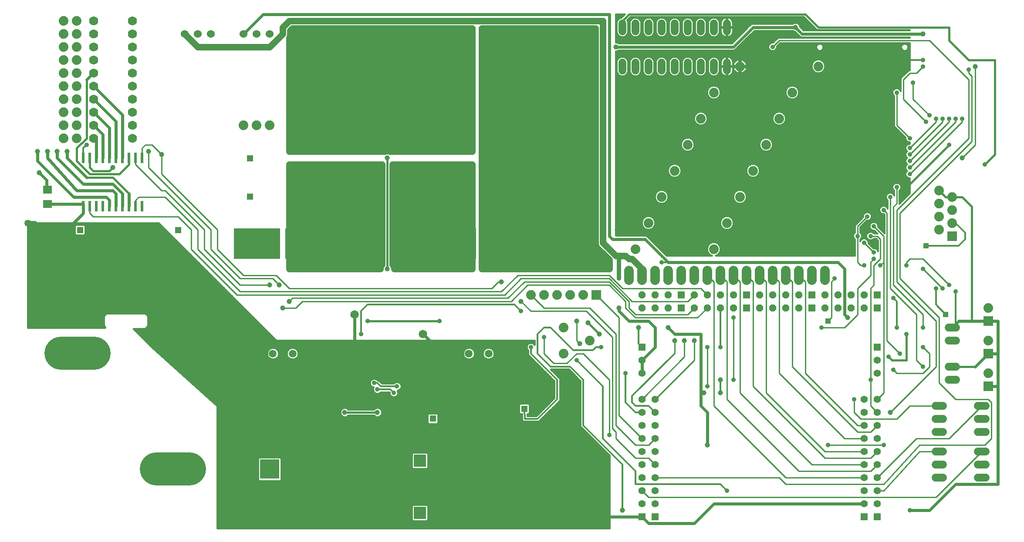
<source format=gbl>
G75*
%MOIN*%
%OFA0B0*%
%FSLAX24Y24*%
%IPPOS*%
%LPD*%
%AMOC8*
5,1,8,0,0,1.08239X$1,22.5*
%
%ADD10C,0.0594*%
%ADD11C,0.0740*%
%ADD12C,0.0591*%
%ADD13R,0.3543X0.2362*%
%ADD14C,0.0397*%
%ADD15C,0.7200*%
%ADD16C,0.2540*%
%ADD17R,0.0515X0.0515*%
%ADD18R,0.1500X0.1500*%
%ADD19R,0.0740X0.0740*%
%ADD20C,0.0600*%
%ADD21R,0.0236X0.0787*%
%ADD22C,0.0700*%
%ADD23R,0.0709X0.0630*%
%ADD24R,0.0554X0.0554*%
%ADD25OC8,0.0554*%
%ADD26C,0.0554*%
%ADD27C,0.0740*%
%ADD28R,0.0945X0.0945*%
%ADD29C,0.0357*%
%ADD30C,0.0100*%
%ADD31C,0.0160*%
%ADD32C,0.0240*%
%ADD33C,0.0531*%
%ADD34C,0.0320*%
%ADD35C,0.0120*%
%ADD36C,0.0650*%
%ADD37C,0.0500*%
%ADD38C,0.0396*%
%ADD39R,0.0396X0.0396*%
D10*
X046100Y055328D02*
X046100Y055922D01*
X047100Y055922D02*
X047100Y055328D01*
X048100Y055328D02*
X048100Y055922D01*
X049100Y055922D02*
X049100Y055328D01*
X050100Y055328D02*
X050100Y055922D01*
X051100Y055922D02*
X051100Y055328D01*
X052100Y055328D02*
X052100Y055922D01*
X053100Y055922D02*
X053100Y055328D01*
X054100Y055328D02*
X054100Y055922D01*
X054100Y058328D02*
X054100Y058922D01*
X053100Y058922D02*
X053100Y058328D01*
X052100Y058328D02*
X052100Y058922D01*
X051100Y058922D02*
X051100Y058328D01*
X050100Y058328D02*
X050100Y058922D01*
X049100Y058922D02*
X049100Y058328D01*
X048100Y058328D02*
X048100Y058922D01*
X047100Y058922D02*
X047100Y058328D01*
X046100Y058328D02*
X046100Y058922D01*
X071053Y035625D02*
X071647Y035625D01*
X071647Y034625D02*
X071053Y034625D01*
X071053Y032625D02*
X071647Y032625D01*
X071647Y031625D02*
X071053Y031625D01*
X070647Y029625D02*
X070053Y029625D01*
X070053Y028625D02*
X070647Y028625D01*
X070647Y027625D02*
X070053Y027625D01*
X070053Y026125D02*
X070647Y026125D01*
X070647Y025125D02*
X070053Y025125D01*
X070053Y024125D02*
X070647Y024125D01*
X073303Y024125D02*
X073897Y024125D01*
X073897Y025125D02*
X073303Y025125D01*
X073303Y026125D02*
X073897Y026125D01*
X073897Y027625D02*
X073303Y027625D01*
X073303Y028625D02*
X073897Y028625D01*
X073897Y029625D02*
X073303Y029625D01*
D11*
X074100Y032125D03*
X074100Y034625D03*
X074100Y037125D03*
X071350Y043625D03*
X071350Y044625D03*
X071350Y045625D03*
X070350Y045125D03*
X070350Y046125D03*
X070350Y044125D03*
X070350Y043125D03*
X058100Y051625D03*
X057100Y049625D03*
X056100Y047625D03*
X055100Y045625D03*
X054100Y043625D03*
X053100Y041625D03*
X048100Y043625D03*
X047100Y041625D03*
X043100Y038125D03*
X042100Y038125D03*
X041100Y038125D03*
X040100Y038125D03*
X039100Y038125D03*
X041600Y035625D03*
X043600Y034625D03*
X041600Y033625D03*
X049100Y045625D03*
X050100Y047625D03*
X051100Y049625D03*
X052100Y051625D03*
X053100Y053625D03*
X055100Y055625D03*
X059100Y053625D03*
X061100Y055625D03*
X019100Y051125D03*
X018100Y051125D03*
X017100Y051125D03*
X004350Y051125D03*
X004350Y050125D03*
X003350Y050125D03*
X003350Y051125D03*
X003350Y052125D03*
X003350Y053125D03*
X004350Y053125D03*
X004350Y052125D03*
X004350Y054125D03*
X004350Y055125D03*
X003350Y055125D03*
X003350Y054125D03*
X003350Y056125D03*
X003350Y057125D03*
X004350Y057125D03*
X004350Y056125D03*
X004350Y058125D03*
X003350Y058125D03*
X003350Y059125D03*
X004350Y059125D03*
D12*
X019348Y033625D03*
X020100Y033625D03*
X020852Y033625D03*
X034348Y033625D03*
X035100Y033625D03*
X035852Y033625D03*
D13*
X037069Y042050D03*
X033131Y042050D03*
X022069Y042050D03*
X018131Y042050D03*
D14*
X017868Y041263D03*
X017344Y041263D03*
X016872Y041420D03*
X016596Y041775D03*
X016596Y042326D03*
X016872Y042680D03*
X017344Y042838D03*
X017868Y042838D03*
X018395Y042838D03*
X018919Y042838D03*
X019391Y042680D03*
X019667Y042326D03*
X019667Y041775D03*
X019391Y041420D03*
X018919Y041263D03*
X018395Y041263D03*
X020533Y041775D03*
X020809Y041420D03*
X021281Y041263D03*
X021805Y041263D03*
X022332Y041263D03*
X022856Y041263D03*
X023328Y041420D03*
X023604Y041775D03*
X023604Y042326D03*
X023328Y042680D03*
X022856Y042838D03*
X022332Y042838D03*
X021805Y042838D03*
X021281Y042838D03*
X020809Y042680D03*
X020533Y042326D03*
X031596Y042326D03*
X031872Y042680D03*
X032344Y042838D03*
X032868Y042838D03*
X033395Y042838D03*
X033919Y042838D03*
X034391Y042680D03*
X034667Y042326D03*
X034667Y041775D03*
X034391Y041420D03*
X033919Y041263D03*
X033395Y041263D03*
X032868Y041263D03*
X032344Y041263D03*
X031872Y041420D03*
X031596Y041775D03*
X035533Y041775D03*
X035809Y041420D03*
X036281Y041263D03*
X036805Y041263D03*
X037332Y041263D03*
X037856Y041263D03*
X038328Y041420D03*
X038604Y041775D03*
X038604Y042326D03*
X038328Y042680D03*
X037856Y042838D03*
X037332Y042838D03*
X036805Y042838D03*
X036281Y042838D03*
X035809Y042680D03*
X035533Y042326D03*
D15*
X040100Y054625D03*
X027600Y054625D03*
X040850Y024125D03*
D16*
X012964Y024790D02*
X010424Y024790D01*
X005681Y033649D02*
X003141Y033649D01*
D17*
X004600Y040149D03*
X004600Y043101D03*
X012100Y043101D03*
X012100Y040149D03*
X017600Y045649D03*
X017600Y048601D03*
X031600Y031601D03*
X031600Y028649D03*
X038600Y029399D03*
X038600Y032351D03*
D18*
X019100Y026916D03*
X019100Y024771D03*
X019100Y022625D03*
D19*
X044100Y038125D03*
X071350Y042625D03*
X074100Y036125D03*
X074100Y033625D03*
X074100Y031125D03*
D20*
X019100Y058125D03*
X018100Y058125D03*
X017100Y058125D03*
X014600Y058125D03*
X013600Y058125D03*
X012600Y058125D03*
D21*
X009350Y048625D03*
X008850Y048625D03*
X008350Y048625D03*
X007850Y048625D03*
X007350Y048625D03*
X006850Y048625D03*
X006350Y048625D03*
X005850Y048625D03*
X005350Y048625D03*
X004850Y048625D03*
X004850Y044924D03*
X005350Y044924D03*
X005850Y044924D03*
X006350Y044924D03*
X006850Y044924D03*
X007350Y044924D03*
X007850Y044924D03*
X008350Y044924D03*
X008850Y044924D03*
X009350Y044924D03*
D22*
X008600Y050125D03*
X008600Y051125D03*
X008600Y052125D03*
X008600Y053125D03*
X008600Y054125D03*
X008600Y055125D03*
X008600Y056125D03*
X008600Y057125D03*
X008600Y058125D03*
X008600Y059125D03*
X005647Y059125D03*
X005647Y058125D03*
X005647Y057125D03*
X005647Y056125D03*
X005647Y055125D03*
X005647Y054125D03*
X005647Y053125D03*
X005647Y052125D03*
X005647Y051125D03*
X005647Y050125D03*
D23*
X002100Y046176D03*
X002100Y045074D03*
D24*
X047600Y034125D03*
X050600Y037125D03*
X050600Y038125D03*
X055600Y038125D03*
X055600Y037125D03*
X060600Y037125D03*
X060600Y038125D03*
X065600Y038125D03*
X065600Y037125D03*
X065600Y034125D03*
X065600Y021125D03*
X064600Y021125D03*
X048600Y021125D03*
X047600Y021125D03*
D25*
X047600Y037125D03*
X047600Y038125D03*
X048600Y038125D03*
X049600Y038125D03*
X049600Y037125D03*
X048600Y037125D03*
X051600Y037125D03*
X051600Y038125D03*
X052600Y038125D03*
X053600Y038125D03*
X054600Y038125D03*
X054600Y037125D03*
X053600Y037125D03*
X052600Y037125D03*
X056600Y037125D03*
X057600Y037125D03*
X058600Y037125D03*
X058600Y038125D03*
X057600Y038125D03*
X056600Y038125D03*
X059600Y038125D03*
X059600Y037125D03*
X061600Y037125D03*
X061600Y038125D03*
X062600Y038125D03*
X063600Y038125D03*
X064600Y038125D03*
X064600Y037125D03*
X063600Y037125D03*
X062600Y037125D03*
D26*
X065600Y033125D03*
X065600Y032125D03*
X065600Y030125D03*
X065600Y029125D03*
X064600Y029125D03*
X064600Y030125D03*
X064600Y028125D03*
X064600Y027125D03*
X065600Y027125D03*
X065600Y028125D03*
X065600Y026125D03*
X065600Y025125D03*
X064600Y025125D03*
X064600Y026125D03*
X064600Y024125D03*
X065600Y024125D03*
X065600Y023125D03*
X065600Y022125D03*
X064600Y022125D03*
X064600Y023125D03*
X048600Y023125D03*
X048600Y022125D03*
X047600Y022125D03*
X047600Y023125D03*
X047600Y024125D03*
X047600Y025125D03*
X047600Y026125D03*
X047600Y027125D03*
X047600Y028125D03*
X047600Y029125D03*
X047600Y030125D03*
X048600Y030125D03*
X048600Y029125D03*
X048600Y028125D03*
X048600Y027125D03*
X048600Y026125D03*
X048600Y025125D03*
X048600Y024125D03*
X047600Y032125D03*
X047600Y033125D03*
D27*
X047600Y039255D02*
X047600Y039995D01*
X046600Y039995D02*
X046600Y039255D01*
X048600Y039255D02*
X048600Y039995D01*
X049600Y039995D02*
X049600Y039255D01*
X050600Y039255D02*
X050600Y039995D01*
X051600Y039995D02*
X051600Y039255D01*
X052600Y039255D02*
X052600Y039995D01*
X053600Y039995D02*
X053600Y039255D01*
X054600Y039255D02*
X054600Y039995D01*
X055600Y039995D02*
X055600Y039255D01*
X056600Y039255D02*
X056600Y039995D01*
X057600Y039995D02*
X057600Y039255D01*
X058600Y039255D02*
X058600Y039995D01*
X059600Y039995D02*
X059600Y039255D01*
X060600Y039255D02*
X060600Y039995D01*
X061600Y039995D02*
X061600Y039255D01*
D28*
X034600Y025424D03*
X030600Y025424D03*
X030600Y021424D03*
X034600Y021424D03*
D29*
X045100Y027375D03*
X046350Y032125D03*
X044475Y034125D03*
X042600Y033125D03*
X040100Y034875D03*
X039100Y034125D03*
X038350Y036875D03*
X032100Y036125D03*
X026600Y036125D03*
X026100Y035125D03*
X024350Y034125D03*
X024350Y033625D03*
X024350Y033125D03*
X024350Y033125D03*
X023850Y033375D03*
X023850Y033875D03*
X023350Y034125D03*
X023350Y033625D03*
X023350Y033125D03*
X022850Y033375D03*
X022850Y033875D03*
X022350Y034125D03*
X022350Y033625D03*
X022350Y033125D03*
X021850Y032875D03*
X021850Y033375D03*
X021850Y033875D03*
X021350Y034125D03*
X021350Y033125D03*
X021350Y032625D03*
X021850Y032375D03*
X020350Y032625D03*
X019350Y032625D03*
X018350Y032625D03*
X017850Y033125D03*
X017350Y032625D03*
X017850Y032125D03*
X016850Y032125D03*
X016350Y032625D03*
X016850Y033125D03*
X016350Y033625D03*
X016850Y034125D03*
X017350Y033625D03*
X017850Y034125D03*
X017350Y034625D03*
X018350Y034625D03*
X018350Y033625D03*
X016350Y034625D03*
X025600Y030875D03*
X025600Y030375D03*
X025600Y029875D03*
X027350Y030875D03*
X027100Y031375D03*
X028600Y030625D03*
X028850Y031125D03*
X045850Y039375D03*
X049100Y040625D03*
X054600Y036375D03*
X053600Y034125D03*
X052600Y034125D03*
X054600Y031625D03*
X052600Y031125D03*
X061350Y035625D03*
X062350Y039375D03*
X064600Y040375D03*
X065350Y040875D03*
X065350Y041375D03*
X064600Y042125D03*
X064100Y042625D03*
X065100Y042625D03*
X065350Y043375D03*
X064850Y044125D03*
X066100Y044625D03*
X066600Y045625D03*
X067100Y046375D03*
X068100Y047375D03*
X068100Y047875D03*
X068100Y048375D03*
X068100Y048875D03*
X068100Y049375D03*
X067600Y049750D03*
X068100Y050125D03*
X069350Y051375D03*
X069600Y051875D03*
X070100Y051625D03*
X070600Y051625D03*
X071100Y051625D03*
X071600Y051625D03*
X072100Y051625D03*
X071100Y049625D03*
X073850Y048125D03*
X067100Y053625D03*
X067100Y054125D03*
X068350Y054375D03*
X069100Y055625D03*
X069100Y056125D03*
X066850Y057125D03*
X066100Y052125D03*
X065100Y050125D03*
X064100Y048125D03*
X063100Y046375D03*
X062100Y044375D03*
X061100Y042375D03*
X065850Y040375D03*
X067850Y040375D03*
X069100Y040125D03*
X070100Y038625D03*
X070600Y038625D03*
X071100Y038875D03*
X071600Y038375D03*
X069100Y035625D03*
X067850Y035125D03*
X067100Y035625D03*
X067350Y033625D03*
X066475Y033375D03*
X066850Y032375D03*
X065100Y031625D03*
X063850Y030125D03*
X061850Y026625D03*
X066100Y026625D03*
X068100Y021625D03*
X069100Y032625D03*
X069100Y034125D03*
X066850Y037875D03*
X054100Y023125D03*
X072600Y055375D03*
X057600Y057125D03*
X005100Y049625D03*
D30*
X008850Y048625D02*
X008850Y048125D01*
X010850Y046125D01*
X011100Y046125D01*
X014100Y043125D01*
X014100Y041625D01*
X016850Y038875D01*
X019100Y038875D01*
X019350Y039375D02*
X016850Y039375D01*
X014600Y041625D01*
X014600Y043125D01*
X009850Y047875D01*
X009850Y049125D01*
X009350Y049375D02*
X009350Y048625D01*
X009350Y049375D02*
X009600Y049625D01*
X010100Y049625D01*
X010850Y048875D01*
X010850Y047375D01*
X015100Y043125D01*
X015100Y041625D01*
X017100Y039625D01*
X019600Y039625D01*
X020600Y038625D01*
X036100Y038625D01*
X036600Y039125D01*
X036850Y039125D01*
X036850Y038375D02*
X016850Y038375D01*
X013600Y041625D01*
X013600Y043125D01*
X011100Y045625D01*
X009100Y045625D01*
X008850Y045375D01*
X008850Y044924D01*
X005600Y044125D02*
X005350Y044375D01*
X005350Y044924D01*
X005600Y044125D02*
X012100Y044125D01*
X013100Y043125D01*
X013100Y041625D01*
X016600Y038125D01*
X037100Y038125D01*
X038350Y039375D01*
X045100Y039375D01*
X046850Y037625D01*
X051100Y037625D01*
X051600Y038125D01*
X052100Y038625D02*
X046100Y038625D01*
X045100Y039625D01*
X038100Y039625D01*
X036850Y038375D01*
X037350Y037875D02*
X020850Y037875D01*
X020600Y037625D01*
X021100Y037125D02*
X020100Y037125D01*
X021100Y037125D02*
X021600Y037625D01*
X037600Y037625D01*
X038850Y038875D01*
X045100Y038875D01*
X046350Y037625D01*
X046350Y037125D01*
X047100Y036375D01*
X051850Y036375D01*
X052600Y037125D01*
X052600Y038125D02*
X052100Y038625D01*
X052600Y039625D02*
X053100Y039125D01*
X053100Y029625D01*
X058600Y024125D01*
X064600Y024125D01*
X065100Y024625D02*
X059600Y024625D01*
X054100Y030125D01*
X054100Y039125D01*
X053600Y039625D01*
X054600Y039625D02*
X055100Y039125D01*
X055100Y030625D01*
X060600Y025125D01*
X064600Y025125D01*
X065100Y024625D02*
X065600Y025125D01*
X065100Y025625D02*
X061600Y025625D01*
X056100Y031125D01*
X056100Y039125D01*
X055600Y039625D01*
X056600Y039625D02*
X057100Y039125D01*
X057100Y030625D01*
X061600Y026125D01*
X064600Y026125D01*
X065100Y025625D02*
X065600Y026125D01*
X066100Y026625D02*
X061850Y026625D01*
X063100Y027125D02*
X058100Y032125D01*
X058100Y039125D01*
X057600Y039625D01*
X058600Y039625D02*
X059100Y039125D01*
X059100Y032625D01*
X064100Y027625D01*
X065100Y027625D01*
X065600Y028125D01*
X064600Y028125D02*
X064100Y028125D01*
X060100Y032125D01*
X060100Y039125D01*
X059600Y039625D01*
X062100Y039125D02*
X062350Y039375D01*
X062100Y039125D02*
X062100Y036375D01*
X061850Y036125D01*
X061350Y035625D02*
X063100Y035625D01*
X064100Y036625D01*
X064100Y038625D01*
X065100Y039625D01*
X065100Y040625D01*
X065350Y040875D01*
X065350Y040375D02*
X065350Y038875D01*
X065100Y038625D01*
X065100Y031625D01*
X065100Y029625D01*
X065600Y029125D01*
X065600Y030125D02*
X066100Y030625D01*
X066100Y040625D01*
X065850Y040375D01*
X066100Y040625D02*
X066100Y042625D01*
X065350Y043375D01*
X065600Y042625D02*
X065850Y042375D01*
X065850Y040875D01*
X065350Y040375D01*
X064600Y040375D02*
X064350Y040375D01*
X064100Y040625D01*
X064100Y042625D01*
X064100Y043375D01*
X064850Y044125D01*
X066100Y044625D02*
X066350Y044375D01*
X066350Y034625D01*
X067350Y033625D01*
X068600Y033125D02*
X069100Y032625D01*
X069100Y032125D02*
X067100Y032125D01*
X066850Y032375D01*
X068600Y033125D02*
X068600Y036625D01*
X066600Y038625D01*
X066600Y045625D01*
X067100Y045125D02*
X066850Y044875D01*
X066850Y038875D01*
X069100Y036625D01*
X069100Y035625D01*
X070100Y036125D02*
X070100Y032625D01*
X066600Y029125D01*
X067100Y028625D02*
X064350Y028625D01*
X063850Y029125D01*
X063850Y030125D01*
X064600Y027125D02*
X063100Y027125D01*
X065600Y024125D02*
X068600Y027125D01*
X071100Y027125D01*
X073600Y029625D01*
X074100Y030125D02*
X071600Y030125D01*
X070350Y031375D01*
X070350Y036375D01*
X067350Y039375D01*
X067350Y044375D01*
X072850Y049875D01*
X072850Y054875D01*
X072600Y055125D01*
X072600Y055375D01*
X073100Y055625D02*
X073100Y049625D01*
X072100Y048625D01*
X072600Y050125D02*
X067100Y044625D01*
X067100Y039125D01*
X070100Y036125D01*
X069100Y034125D02*
X069600Y033625D01*
X069600Y032625D01*
X069100Y032125D01*
X068100Y029625D02*
X067100Y028625D01*
X068100Y029625D02*
X070350Y029625D01*
X068850Y026625D02*
X073850Y026625D01*
X074350Y027125D01*
X074350Y029875D01*
X074100Y030125D01*
X073600Y026125D02*
X070100Y022625D01*
X048100Y022625D01*
X047600Y023125D01*
X048600Y024125D02*
X058100Y024125D01*
X058600Y023625D01*
X066100Y023625D01*
X068850Y026625D01*
X068850Y026125D02*
X066100Y023125D01*
X065600Y023125D01*
X068850Y026125D02*
X070350Y026125D01*
X070600Y038625D02*
X069100Y040125D01*
X069100Y040875D02*
X068100Y040875D01*
X067850Y040625D01*
X067850Y040375D01*
X069100Y040875D02*
X071100Y038875D01*
X065350Y041375D02*
X064600Y042125D01*
X065100Y042625D02*
X065600Y042625D01*
X067100Y045125D02*
X067100Y046375D01*
X068100Y047375D02*
X072100Y051375D01*
X072100Y051625D01*
X071600Y051625D02*
X071600Y051375D01*
X068100Y047875D01*
X068100Y048375D02*
X071100Y051375D01*
X071100Y051625D01*
X070600Y051625D02*
X070600Y051375D01*
X068100Y048875D01*
X068100Y049375D02*
X070100Y051375D01*
X070100Y051625D01*
X069600Y051875D02*
X068350Y053125D01*
X068350Y054375D01*
X067600Y054625D02*
X068100Y055125D01*
X068600Y055125D01*
X069100Y055625D01*
X067600Y054625D02*
X067600Y053125D01*
X069350Y051375D01*
X068100Y050125D02*
X067100Y051125D01*
X067100Y053625D01*
X067600Y050125D02*
X067600Y049750D01*
X072600Y050125D02*
X072600Y054625D01*
X069600Y057625D01*
X058100Y057625D01*
X057600Y057125D01*
X071100Y045625D02*
X071350Y045625D01*
X054600Y036375D02*
X054600Y031625D01*
X052600Y031125D02*
X052600Y034125D01*
X051600Y034625D02*
X051600Y033125D01*
X048600Y030125D01*
X047600Y030125D02*
X050850Y033375D01*
X050850Y034625D01*
X050100Y034625D02*
X050100Y033625D01*
X051100Y036625D02*
X047100Y036625D01*
X046600Y037125D01*
X046600Y037625D01*
X045100Y039125D01*
X038600Y039125D01*
X037350Y037875D01*
X038350Y037625D02*
X039100Y036875D01*
X043350Y036875D01*
X045350Y034875D01*
X045350Y027875D01*
X045600Y027625D01*
X045600Y027125D01*
X047100Y025625D01*
X048100Y025625D01*
X048600Y025125D01*
X048100Y026625D02*
X047100Y026625D01*
X045600Y028125D01*
X045600Y035125D01*
X043600Y037125D01*
X040100Y037125D01*
X039100Y038125D01*
X040100Y034875D02*
X040100Y033625D01*
X040850Y032875D01*
X041850Y032875D01*
X042600Y033625D01*
X043100Y033625D01*
X045100Y031625D01*
X045100Y027375D01*
X045850Y028875D02*
X045850Y036375D01*
X044100Y038125D01*
X042600Y036125D02*
X042600Y034625D01*
X042850Y034375D01*
X045850Y028875D02*
X047600Y027125D01*
X048100Y026625D02*
X048600Y027125D01*
X051100Y036625D02*
X051600Y037125D01*
X019850Y038875D02*
X019350Y039375D01*
D31*
X015100Y029625D02*
X015100Y020255D01*
X045100Y020255D01*
X045100Y025813D01*
X043009Y027904D01*
X042879Y028034D01*
X042879Y031534D01*
X042009Y032404D01*
X040633Y032404D01*
X041191Y031846D01*
X041321Y031716D01*
X041321Y030034D01*
X039691Y028404D01*
X038627Y028404D01*
X038539Y028402D01*
X038536Y028404D01*
X038532Y028404D01*
X038470Y028467D01*
X038406Y028527D01*
X038406Y028531D01*
X038403Y028534D01*
X038403Y028622D01*
X038392Y028980D01*
X038276Y028980D01*
X038182Y029075D01*
X038182Y029723D01*
X038276Y029817D01*
X038924Y029817D01*
X039018Y029723D01*
X039018Y029075D01*
X038924Y028980D01*
X038834Y028980D01*
X038838Y028846D01*
X039509Y028846D01*
X040879Y030216D01*
X040879Y031534D01*
X038879Y033534D01*
X038879Y033866D01*
X038812Y033933D01*
X038761Y034058D01*
X038761Y034192D01*
X038812Y034317D01*
X038908Y034413D01*
X039033Y034464D01*
X039167Y034464D01*
X039292Y034413D01*
X039379Y034325D01*
X039379Y034625D01*
X019600Y034625D01*
X010600Y043625D01*
X000600Y043625D01*
X000600Y035625D01*
X006497Y035625D01*
X006473Y035645D01*
X006473Y035647D01*
X006470Y035648D01*
X006454Y035677D01*
X006433Y035703D01*
X006434Y035706D01*
X006431Y035707D01*
X006422Y035739D01*
X006406Y035768D01*
X006407Y035771D01*
X006405Y035773D01*
X006401Y035806D01*
X006392Y035837D01*
X006395Y035844D01*
X006395Y035870D01*
X006391Y035908D01*
X006395Y035913D01*
X006395Y036337D01*
X006391Y036342D01*
X006395Y036380D01*
X006395Y036406D01*
X006392Y036413D01*
X006401Y036444D01*
X006405Y036477D01*
X006407Y036479D01*
X006406Y036482D01*
X006422Y036511D01*
X006431Y036543D01*
X006434Y036544D01*
X006433Y036547D01*
X006454Y036573D01*
X006470Y036602D01*
X006473Y036603D01*
X006473Y036605D01*
X006499Y036626D01*
X006520Y036652D01*
X006522Y036652D01*
X006523Y036655D01*
X006552Y036671D01*
X006578Y036692D01*
X006581Y036691D01*
X006582Y036694D01*
X006614Y036703D01*
X006643Y036719D01*
X006646Y036718D01*
X006648Y036720D01*
X006681Y036724D01*
X006712Y036733D01*
X006719Y036730D01*
X006745Y036730D01*
X006783Y036734D01*
X006788Y036730D01*
X009412Y036730D01*
X009417Y036734D01*
X009455Y036730D01*
X009481Y036730D01*
X009488Y036733D01*
X009519Y036724D01*
X009552Y036720D01*
X009554Y036718D01*
X009557Y036719D01*
X009586Y036703D01*
X009618Y036694D01*
X009619Y036691D01*
X009622Y036692D01*
X009648Y036671D01*
X009677Y036655D01*
X009678Y036652D01*
X009680Y036652D01*
X009701Y036626D01*
X009727Y036605D01*
X009727Y036603D01*
X009730Y036602D01*
X009746Y036573D01*
X009767Y036547D01*
X009766Y036544D01*
X009769Y036543D01*
X009778Y036511D01*
X009794Y036482D01*
X009793Y036479D01*
X009795Y036477D01*
X009799Y036444D01*
X009808Y036413D01*
X009805Y036406D01*
X009805Y036380D01*
X009809Y036342D01*
X009805Y036337D01*
X009805Y035913D01*
X009809Y035908D01*
X009805Y035870D01*
X009805Y035844D01*
X009808Y035837D01*
X009799Y035806D01*
X009795Y035773D01*
X009793Y035771D01*
X009794Y035768D01*
X009778Y035739D01*
X009769Y035707D01*
X009766Y035706D01*
X009767Y035703D01*
X009746Y035677D01*
X009730Y035648D01*
X009727Y035647D01*
X009727Y035645D01*
X009701Y035624D01*
X009680Y035598D01*
X009678Y035598D01*
X009677Y035595D01*
X009648Y035579D01*
X009622Y035558D01*
X009619Y035559D01*
X009618Y035556D01*
X009586Y035547D01*
X009557Y035531D01*
X009554Y035532D01*
X009552Y035530D01*
X009519Y035526D01*
X009488Y035517D01*
X009481Y035520D01*
X009455Y035520D01*
X009417Y035516D01*
X009412Y035520D01*
X008705Y035520D01*
X010100Y034125D01*
X015100Y029625D01*
X015089Y029635D02*
X038182Y029635D01*
X038182Y029477D02*
X027439Y029477D01*
X027421Y029484D02*
X027279Y029484D01*
X027147Y029429D01*
X027083Y029366D01*
X025117Y029366D01*
X025053Y029429D01*
X024921Y029484D01*
X024779Y029484D01*
X024647Y029429D01*
X024546Y029328D01*
X024491Y029196D01*
X024491Y029054D01*
X024546Y028922D01*
X024647Y028821D01*
X024779Y028766D01*
X024921Y028766D01*
X025053Y028821D01*
X025117Y028884D01*
X027083Y028884D01*
X027147Y028821D01*
X027279Y028766D01*
X027421Y028766D01*
X027553Y028821D01*
X027654Y028922D01*
X027709Y029054D01*
X027709Y029196D01*
X027654Y029328D01*
X027553Y029429D01*
X027421Y029484D01*
X027261Y029477D02*
X024939Y029477D01*
X024761Y029477D02*
X015100Y029477D01*
X015100Y029318D02*
X024542Y029318D01*
X024491Y029160D02*
X015100Y029160D01*
X015100Y029001D02*
X024513Y029001D01*
X024625Y028843D02*
X015100Y028843D01*
X015100Y028684D02*
X031182Y028684D01*
X031182Y028526D02*
X015100Y028526D01*
X015100Y028367D02*
X031182Y028367D01*
X031182Y028325D02*
X031276Y028230D01*
X031924Y028230D01*
X032018Y028325D01*
X032018Y028973D01*
X031924Y029067D01*
X031276Y029067D01*
X031182Y028973D01*
X031182Y028325D01*
X031182Y028843D02*
X027575Y028843D01*
X027687Y029001D02*
X031210Y029001D01*
X031990Y029001D02*
X038255Y029001D01*
X038182Y029160D02*
X027709Y029160D01*
X027658Y029318D02*
X038182Y029318D01*
X038253Y029794D02*
X014913Y029794D01*
X014737Y029952D02*
X040615Y029952D01*
X040773Y030111D02*
X014561Y030111D01*
X014384Y030269D02*
X040879Y030269D01*
X040879Y030428D02*
X028882Y030428D01*
X028888Y030433D02*
X028939Y030558D01*
X028939Y030692D01*
X028900Y030786D01*
X028917Y030786D01*
X029042Y030837D01*
X029138Y030933D01*
X029189Y031058D01*
X029189Y031192D01*
X029138Y031317D01*
X029042Y031413D01*
X028917Y031464D01*
X028783Y031464D01*
X028658Y031413D01*
X028591Y031346D01*
X027691Y031346D01*
X027441Y031596D01*
X027359Y031596D01*
X027292Y031663D01*
X027167Y031714D01*
X027033Y031714D01*
X026908Y031663D01*
X026812Y031567D01*
X026761Y031442D01*
X026761Y031308D01*
X026812Y031183D01*
X026908Y031087D01*
X027033Y031036D01*
X027050Y031036D01*
X027011Y030942D01*
X027011Y030808D01*
X027062Y030683D01*
X027158Y030587D01*
X027283Y030536D01*
X027417Y030536D01*
X027542Y030587D01*
X027609Y030654D01*
X028259Y030654D01*
X028261Y030652D01*
X028261Y030558D01*
X028312Y030433D01*
X028408Y030337D01*
X028533Y030286D01*
X028667Y030286D01*
X028792Y030337D01*
X028888Y030433D01*
X028939Y030586D02*
X040879Y030586D01*
X040879Y030745D02*
X028918Y030745D01*
X029108Y030903D02*
X040879Y030903D01*
X040879Y031062D02*
X029189Y031062D01*
X029178Y031220D02*
X040879Y031220D01*
X040879Y031379D02*
X029076Y031379D01*
X028624Y031379D02*
X027659Y031379D01*
X027500Y031537D02*
X040876Y031537D01*
X040717Y031696D02*
X027212Y031696D01*
X026988Y031696D02*
X012799Y031696D01*
X012623Y031854D02*
X040559Y031854D01*
X040400Y032013D02*
X012447Y032013D01*
X012271Y032171D02*
X040242Y032171D01*
X040083Y032330D02*
X012095Y032330D01*
X011919Y032488D02*
X039925Y032488D01*
X039766Y032647D02*
X011743Y032647D01*
X011567Y032805D02*
X039608Y032805D01*
X039449Y032964D02*
X011391Y032964D01*
X011214Y033122D02*
X039291Y033122D01*
X039132Y033281D02*
X036152Y033281D01*
X036110Y033238D02*
X036239Y033367D01*
X036308Y033534D01*
X036308Y033716D01*
X036239Y033883D01*
X036110Y034012D01*
X035943Y034081D01*
X035761Y034081D01*
X035594Y034012D01*
X035465Y033883D01*
X035396Y033716D01*
X035396Y033534D01*
X035465Y033367D01*
X035594Y033238D01*
X035761Y033169D01*
X035943Y033169D01*
X036110Y033238D01*
X036268Y033439D02*
X038974Y033439D01*
X038879Y033598D02*
X036308Y033598D01*
X036291Y033756D02*
X038879Y033756D01*
X038831Y033915D02*
X036207Y033915D01*
X035962Y034073D02*
X038761Y034073D01*
X038777Y034232D02*
X009993Y034232D01*
X009835Y034390D02*
X038885Y034390D01*
X039315Y034390D02*
X039379Y034390D01*
X039379Y034549D02*
X009676Y034549D01*
X009518Y034707D02*
X019518Y034707D01*
X019359Y034866D02*
X009359Y034866D01*
X009201Y035024D02*
X019201Y035024D01*
X019042Y035183D02*
X009042Y035183D01*
X008884Y035341D02*
X018884Y035341D01*
X018725Y035500D02*
X008725Y035500D01*
X009735Y035658D02*
X018567Y035658D01*
X018408Y035817D02*
X009802Y035817D01*
X009805Y035975D02*
X018250Y035975D01*
X018091Y036134D02*
X009805Y036134D01*
X009805Y036292D02*
X017933Y036292D01*
X017774Y036451D02*
X009798Y036451D01*
X009723Y036609D02*
X017616Y036609D01*
X017457Y036768D02*
X000600Y036768D01*
X000600Y036926D02*
X017299Y036926D01*
X017140Y037085D02*
X000600Y037085D01*
X000600Y037243D02*
X016982Y037243D01*
X016823Y037402D02*
X000600Y037402D01*
X000600Y037560D02*
X016665Y037560D01*
X016506Y037719D02*
X000600Y037719D01*
X000600Y037877D02*
X016348Y037877D01*
X016189Y038036D02*
X000600Y038036D01*
X000600Y038194D02*
X016031Y038194D01*
X015872Y038353D02*
X000600Y038353D01*
X000600Y038511D02*
X015714Y038511D01*
X015555Y038670D02*
X000600Y038670D01*
X000600Y038828D02*
X015397Y038828D01*
X015238Y038987D02*
X000600Y038987D01*
X000600Y039145D02*
X015080Y039145D01*
X014921Y039304D02*
X000600Y039304D01*
X000600Y039462D02*
X014763Y039462D01*
X014604Y039621D02*
X000600Y039621D01*
X000600Y039779D02*
X014446Y039779D01*
X014287Y039938D02*
X000600Y039938D01*
X000600Y040096D02*
X014129Y040096D01*
X013970Y040255D02*
X000600Y040255D01*
X000600Y040413D02*
X013812Y040413D01*
X013653Y040572D02*
X000600Y040572D01*
X000600Y040730D02*
X013495Y040730D01*
X013336Y040889D02*
X000600Y040889D01*
X000600Y041047D02*
X013178Y041047D01*
X013019Y041206D02*
X000600Y041206D01*
X000600Y041364D02*
X012861Y041364D01*
X012702Y041523D02*
X000600Y041523D01*
X000600Y041681D02*
X012544Y041681D01*
X012385Y041840D02*
X000600Y041840D01*
X000600Y041998D02*
X012227Y041998D01*
X012068Y042157D02*
X000600Y042157D01*
X000600Y042315D02*
X011910Y042315D01*
X011751Y042474D02*
X000600Y042474D01*
X000600Y042632D02*
X011593Y042632D01*
X011434Y042791D02*
X005018Y042791D01*
X005018Y042777D02*
X004924Y042683D01*
X004276Y042683D01*
X004182Y042777D01*
X004182Y043425D01*
X004276Y043520D01*
X004924Y043520D01*
X005018Y043425D01*
X005018Y042777D01*
X005018Y042949D02*
X011276Y042949D01*
X011117Y043108D02*
X005018Y043108D01*
X005018Y043266D02*
X010959Y043266D01*
X010800Y043425D02*
X005018Y043425D01*
X004182Y043425D02*
X000600Y043425D01*
X000600Y043583D02*
X010642Y043583D01*
X008350Y045875D02*
X007100Y047125D01*
X005100Y047125D01*
X005350Y047375D02*
X007600Y047375D01*
X008350Y048125D01*
X008350Y048625D01*
X007100Y047875D02*
X006850Y047625D01*
X005600Y047625D01*
X005350Y047875D01*
X005350Y048625D01*
X004350Y048375D02*
X004350Y049375D01*
X005100Y050125D01*
X005100Y054625D01*
X004350Y048375D02*
X005350Y047375D01*
X004182Y043266D02*
X000600Y043266D01*
X000600Y043108D02*
X004182Y043108D01*
X004182Y042949D02*
X000600Y042949D01*
X000600Y042791D02*
X004182Y042791D01*
X006477Y036609D02*
X000600Y036609D01*
X000600Y036451D02*
X006402Y036451D01*
X006395Y036292D02*
X000600Y036292D01*
X000600Y036134D02*
X006395Y036134D01*
X006395Y035975D02*
X000600Y035975D01*
X000600Y035817D02*
X006398Y035817D01*
X006465Y035658D02*
X000600Y035658D01*
X010158Y034073D02*
X019238Y034073D01*
X019257Y034081D02*
X019090Y034012D01*
X018961Y033883D01*
X018892Y033716D01*
X018892Y033534D01*
X018961Y033367D01*
X019090Y033238D01*
X019257Y033169D01*
X019439Y033169D01*
X019606Y033238D01*
X019735Y033367D01*
X019804Y033534D01*
X019804Y033716D01*
X019735Y033883D01*
X019606Y034012D01*
X019439Y034081D01*
X019257Y034081D01*
X019458Y034073D02*
X020742Y034073D01*
X020761Y034081D02*
X020594Y034012D01*
X020465Y033883D01*
X020396Y033716D01*
X020396Y033534D01*
X020465Y033367D01*
X020594Y033238D01*
X020761Y033169D01*
X020943Y033169D01*
X021110Y033238D01*
X021239Y033367D01*
X021308Y033534D01*
X021308Y033716D01*
X021239Y033883D01*
X021110Y034012D01*
X020943Y034081D01*
X020761Y034081D01*
X020962Y034073D02*
X034238Y034073D01*
X034257Y034081D02*
X034090Y034012D01*
X033961Y033883D01*
X033892Y033716D01*
X033892Y033534D01*
X033961Y033367D01*
X034090Y033238D01*
X034257Y033169D01*
X034439Y033169D01*
X034606Y033238D01*
X034735Y033367D01*
X034804Y033534D01*
X034804Y033716D01*
X034735Y033883D01*
X034606Y034012D01*
X034439Y034081D01*
X034257Y034081D01*
X034458Y034073D02*
X035742Y034073D01*
X035497Y033915D02*
X034703Y033915D01*
X034787Y033756D02*
X035413Y033756D01*
X035396Y033598D02*
X034804Y033598D01*
X034765Y033439D02*
X035435Y033439D01*
X035552Y033281D02*
X034648Y033281D01*
X034048Y033281D02*
X021152Y033281D01*
X021268Y033439D02*
X033932Y033439D01*
X033892Y033598D02*
X021308Y033598D01*
X021291Y033756D02*
X033909Y033756D01*
X033993Y033915D02*
X021207Y033915D01*
X020497Y033915D02*
X019703Y033915D01*
X019787Y033756D02*
X020413Y033756D01*
X020396Y033598D02*
X019804Y033598D01*
X019765Y033439D02*
X020435Y033439D01*
X020552Y033281D02*
X019648Y033281D01*
X019048Y033281D02*
X011038Y033281D01*
X010862Y033439D02*
X018932Y033439D01*
X018892Y033598D02*
X010686Y033598D01*
X010510Y033756D02*
X018909Y033756D01*
X018993Y033915D02*
X010334Y033915D01*
X012976Y031537D02*
X026800Y031537D01*
X026761Y031379D02*
X013152Y031379D01*
X013328Y031220D02*
X026797Y031220D01*
X026971Y031062D02*
X013504Y031062D01*
X013680Y030903D02*
X027011Y030903D01*
X027037Y030745D02*
X013856Y030745D01*
X014032Y030586D02*
X027161Y030586D01*
X027539Y030586D02*
X028261Y030586D01*
X028318Y030428D02*
X014208Y030428D01*
X015100Y028209D02*
X042879Y028209D01*
X042879Y028367D02*
X032018Y028367D01*
X032018Y028526D02*
X038407Y028526D01*
X038401Y028684D02*
X032018Y028684D01*
X032018Y028843D02*
X038396Y028843D01*
X038945Y029001D02*
X039664Y029001D01*
X039822Y029160D02*
X039018Y029160D01*
X039018Y029318D02*
X039981Y029318D01*
X040139Y029477D02*
X039018Y029477D01*
X039018Y029635D02*
X040298Y029635D01*
X040456Y029794D02*
X038947Y029794D01*
X039971Y028684D02*
X042879Y028684D01*
X042879Y028526D02*
X039813Y028526D01*
X040130Y028843D02*
X042879Y028843D01*
X042879Y029001D02*
X040288Y029001D01*
X040447Y029160D02*
X042879Y029160D01*
X042879Y029318D02*
X040605Y029318D01*
X040764Y029477D02*
X042879Y029477D01*
X042879Y029635D02*
X040922Y029635D01*
X041081Y029794D02*
X042879Y029794D01*
X042879Y029952D02*
X041239Y029952D01*
X041321Y030111D02*
X042879Y030111D01*
X042879Y030269D02*
X041321Y030269D01*
X041321Y030428D02*
X042879Y030428D01*
X042879Y030586D02*
X041321Y030586D01*
X041321Y030745D02*
X042879Y030745D01*
X042879Y030903D02*
X041321Y030903D01*
X041321Y031062D02*
X042879Y031062D01*
X042879Y031220D02*
X041321Y031220D01*
X041321Y031379D02*
X042879Y031379D01*
X042876Y031537D02*
X041321Y031537D01*
X041321Y031696D02*
X042717Y031696D01*
X042559Y031854D02*
X041183Y031854D01*
X041025Y032013D02*
X042400Y032013D01*
X042242Y032171D02*
X040866Y032171D01*
X040708Y032330D02*
X042083Y032330D01*
X044350Y035125D02*
X043475Y036000D01*
X042879Y028050D02*
X015100Y028050D01*
X015100Y027892D02*
X043021Y027892D01*
X043180Y027733D02*
X015100Y027733D01*
X015100Y027575D02*
X043338Y027575D01*
X043497Y027416D02*
X015100Y027416D01*
X015100Y027258D02*
X043655Y027258D01*
X043814Y027099D02*
X015100Y027099D01*
X015100Y026941D02*
X043972Y026941D01*
X044131Y026782D02*
X015100Y026782D01*
X015100Y026624D02*
X044289Y026624D01*
X044448Y026465D02*
X015100Y026465D01*
X015100Y026307D02*
X044606Y026307D01*
X044765Y026148D02*
X015100Y026148D01*
X015100Y025990D02*
X029993Y025990D01*
X029967Y025963D02*
X029967Y024885D01*
X030061Y024791D01*
X031139Y024791D01*
X031233Y024885D01*
X031233Y025963D01*
X031139Y026057D01*
X030061Y026057D01*
X029967Y025963D01*
X029967Y025831D02*
X015100Y025831D01*
X015100Y025673D02*
X018275Y025673D01*
X018283Y025681D02*
X018189Y025587D01*
X018189Y023954D01*
X018283Y023860D01*
X019917Y023860D01*
X020011Y023954D01*
X020011Y025587D01*
X019917Y025681D01*
X018283Y025681D01*
X018189Y025514D02*
X015100Y025514D01*
X015100Y025356D02*
X018189Y025356D01*
X018189Y025197D02*
X015100Y025197D01*
X015100Y025039D02*
X018189Y025039D01*
X018189Y024880D02*
X015100Y024880D01*
X015100Y024722D02*
X018189Y024722D01*
X018189Y024563D02*
X015100Y024563D01*
X015100Y024405D02*
X018189Y024405D01*
X018189Y024246D02*
X015100Y024246D01*
X015100Y024088D02*
X018189Y024088D01*
X018214Y023929D02*
X015100Y023929D01*
X015100Y023771D02*
X045100Y023771D01*
X045100Y023929D02*
X019986Y023929D01*
X020011Y024088D02*
X045100Y024088D01*
X045100Y024246D02*
X020011Y024246D01*
X020011Y024405D02*
X045100Y024405D01*
X045100Y024563D02*
X020011Y024563D01*
X020011Y024722D02*
X045100Y024722D01*
X045100Y024880D02*
X031228Y024880D01*
X031233Y025039D02*
X045100Y025039D01*
X045100Y025197D02*
X031233Y025197D01*
X031233Y025356D02*
X045100Y025356D01*
X045100Y025514D02*
X031233Y025514D01*
X031233Y025673D02*
X045100Y025673D01*
X045082Y025831D02*
X031233Y025831D01*
X031207Y025990D02*
X044923Y025990D01*
X045100Y023612D02*
X015100Y023612D01*
X015100Y023454D02*
X045100Y023454D01*
X045100Y023295D02*
X015100Y023295D01*
X015100Y023137D02*
X045100Y023137D01*
X045100Y022978D02*
X015100Y022978D01*
X015100Y022820D02*
X045100Y022820D01*
X045100Y022661D02*
X015100Y022661D01*
X015100Y022503D02*
X045100Y022503D01*
X045100Y022344D02*
X015100Y022344D01*
X015100Y022186D02*
X045100Y022186D01*
X045100Y022027D02*
X031169Y022027D01*
X031139Y022057D02*
X030061Y022057D01*
X029967Y021963D01*
X029967Y020885D01*
X030061Y020791D01*
X031139Y020791D01*
X031233Y020885D01*
X031233Y021963D01*
X031139Y022057D01*
X031233Y021869D02*
X045100Y021869D01*
X045100Y021710D02*
X031233Y021710D01*
X031233Y021552D02*
X045100Y021552D01*
X045100Y021393D02*
X031233Y021393D01*
X031233Y021235D02*
X045100Y021235D01*
X045100Y021076D02*
X031233Y021076D01*
X031233Y020918D02*
X045100Y020918D01*
X045100Y020759D02*
X015100Y020759D01*
X015100Y020601D02*
X045100Y020601D01*
X045100Y020442D02*
X015100Y020442D01*
X015100Y020284D02*
X045100Y020284D01*
X029967Y020918D02*
X015100Y020918D01*
X015100Y021076D02*
X029967Y021076D01*
X029967Y021235D02*
X015100Y021235D01*
X015100Y021393D02*
X029967Y021393D01*
X029967Y021552D02*
X015100Y021552D01*
X015100Y021710D02*
X029967Y021710D01*
X029967Y021869D02*
X015100Y021869D01*
X015100Y022027D02*
X030031Y022027D01*
X029972Y024880D02*
X020011Y024880D01*
X020011Y025039D02*
X029967Y025039D01*
X029967Y025197D02*
X020011Y025197D01*
X020011Y025356D02*
X029967Y025356D01*
X029967Y025514D02*
X020011Y025514D01*
X019925Y025673D02*
X029967Y025673D01*
X027125Y028843D02*
X025075Y028843D01*
X024850Y029125D02*
X027350Y029125D01*
X026600Y036125D02*
X032100Y036125D01*
X028100Y040125D02*
X028100Y048625D01*
X046100Y058625D02*
X046100Y059125D01*
X046600Y059625D01*
X060100Y059625D01*
X061100Y058625D01*
X071100Y058625D01*
X071100Y057625D01*
X072600Y056125D01*
X074600Y056125D01*
X074600Y048875D01*
X073850Y048125D01*
X072100Y045625D02*
X071350Y045625D01*
X070850Y045625D01*
X070350Y046125D01*
X068100Y046625D02*
X067600Y046625D01*
X068100Y046625D02*
X071100Y049625D01*
X072100Y045625D02*
X072850Y044875D01*
X072850Y036125D01*
X073100Y032625D02*
X071350Y032625D01*
X067850Y033125D02*
X066725Y033125D01*
X066475Y033375D01*
X067850Y033125D02*
X067850Y035125D01*
D32*
X071350Y035625D02*
X071600Y035875D01*
X071850Y036125D01*
X072850Y036125D01*
X074100Y036125D01*
X074850Y036125D01*
X074850Y033625D01*
X074100Y033625D01*
X073100Y032625D01*
X074100Y031125D02*
X074850Y031125D01*
X074850Y033625D01*
X074850Y031125D02*
X074850Y023625D01*
X071600Y023625D01*
X069600Y021625D01*
X068100Y021625D01*
X064600Y022125D02*
X053100Y022125D01*
X051600Y020625D01*
X048100Y020625D01*
X047600Y021125D01*
X043850Y021125D01*
X040850Y024125D01*
X031600Y031601D02*
X031600Y034375D01*
X030850Y035125D01*
X025600Y034125D02*
X025600Y036625D01*
X008350Y044924D02*
X008350Y045875D01*
X007850Y045875D02*
X007100Y046625D01*
X004850Y046625D01*
X002850Y048625D01*
X002850Y049125D01*
X002100Y049125D02*
X002100Y048625D01*
X004350Y046125D01*
X007100Y046125D01*
X007350Y045875D01*
X007350Y044924D01*
X006850Y044924D02*
X006850Y045375D01*
X006600Y045625D01*
X004100Y045625D01*
X001350Y048375D01*
X001350Y049125D01*
X001475Y047500D02*
X002049Y046926D01*
X002049Y046227D01*
X002100Y046176D01*
X002100Y045074D02*
X004850Y045074D01*
X004850Y044924D01*
X004850Y044375D01*
X003600Y043125D01*
X003600Y041149D01*
X004600Y040149D01*
X007850Y044924D02*
X007850Y045875D01*
X007850Y048625D02*
X007850Y051922D01*
X005647Y054125D01*
X005100Y054625D02*
X005600Y055125D01*
X005647Y055125D01*
X005647Y053125D02*
X007350Y051422D01*
X007350Y048625D01*
X006850Y048625D02*
X006850Y050922D01*
X005647Y052125D01*
X005647Y051125D02*
X006350Y050422D01*
X006350Y048625D01*
X005850Y048625D02*
X005850Y049922D01*
X005647Y050125D01*
X003600Y049125D02*
X003600Y048625D01*
X005100Y047125D01*
X017100Y058125D02*
X018600Y059625D01*
X045100Y059625D01*
X045100Y042625D01*
X045350Y042375D01*
X047850Y042375D01*
X049600Y040625D01*
X062600Y040625D01*
X063100Y040125D01*
X063100Y036625D01*
X063350Y036375D01*
X052600Y029125D02*
X052100Y029625D01*
X052100Y030625D01*
X052100Y035125D01*
X050100Y035125D01*
X049600Y035625D01*
X048600Y035625D02*
X048100Y036125D01*
X046600Y036125D01*
X045850Y036875D01*
X045850Y037125D01*
X048600Y035625D02*
X048600Y034125D01*
X047600Y033125D01*
X047600Y032125D01*
X052600Y029125D02*
X052600Y026625D01*
X054600Y057125D02*
X045600Y057125D01*
X054600Y057125D02*
X056100Y058625D01*
X059350Y058625D01*
X059850Y058125D01*
X069100Y058125D01*
D33*
X000600Y043625D03*
D34*
X001124Y043625D01*
X004600Y040149D01*
X045850Y040875D02*
X045850Y039375D01*
X045850Y040875D02*
X046100Y041125D01*
D35*
X045600Y042636D02*
X045600Y056786D01*
X045667Y056786D01*
X045792Y056838D01*
X045818Y056864D01*
X054652Y056864D01*
X054748Y056904D01*
X056208Y058364D01*
X059132Y058364D01*
X059158Y058338D01*
X059283Y058286D01*
X059320Y058286D01*
X059702Y057904D01*
X059798Y057864D01*
X068100Y057864D01*
X068100Y057816D01*
X058021Y057816D01*
X057909Y057704D01*
X057649Y057444D01*
X057537Y057444D01*
X057419Y057396D01*
X057329Y057306D01*
X057281Y057188D01*
X057281Y057062D01*
X057329Y056944D01*
X057419Y056854D01*
X057537Y056806D01*
X057663Y056806D01*
X057781Y056854D01*
X057871Y056944D01*
X057919Y057062D01*
X057919Y057174D01*
X058179Y057434D01*
X068100Y057434D01*
X068100Y055316D01*
X068021Y055316D01*
X067909Y055204D01*
X067409Y054704D01*
X067409Y053712D01*
X067371Y053806D01*
X067281Y053896D01*
X067163Y053944D01*
X067037Y053944D01*
X066919Y053896D01*
X066829Y053806D01*
X066781Y053688D01*
X066781Y053562D01*
X066829Y053444D01*
X066909Y053364D01*
X066909Y051046D01*
X067021Y050934D01*
X067781Y050174D01*
X067781Y050062D01*
X067829Y049944D01*
X067919Y049854D01*
X068037Y049806D01*
X068100Y049806D01*
X068100Y049694D01*
X068037Y049694D01*
X067919Y049646D01*
X067829Y049556D01*
X067781Y049438D01*
X067781Y049312D01*
X067829Y049194D01*
X067899Y049125D01*
X067829Y049056D01*
X067781Y048938D01*
X067781Y048812D01*
X067829Y048694D01*
X067899Y048625D01*
X067829Y048556D01*
X067781Y048438D01*
X067781Y048312D01*
X067829Y048194D01*
X067899Y048125D01*
X067829Y048056D01*
X067781Y047938D01*
X067781Y047812D01*
X067829Y047694D01*
X067899Y047625D01*
X067829Y047556D01*
X067781Y047438D01*
X067781Y047312D01*
X067829Y047194D01*
X067919Y047104D01*
X068037Y047056D01*
X068100Y047056D01*
X068100Y045895D01*
X067291Y045085D01*
X067291Y046114D01*
X067371Y046194D01*
X067419Y046312D01*
X067419Y046438D01*
X067371Y046556D01*
X067281Y046646D01*
X067163Y046694D01*
X067037Y046694D01*
X066919Y046646D01*
X066829Y046556D01*
X066781Y046438D01*
X066781Y046312D01*
X066829Y046194D01*
X066909Y046114D01*
X066909Y045712D01*
X066871Y045806D01*
X066781Y045896D01*
X066663Y045944D01*
X066537Y045944D01*
X066419Y045896D01*
X066329Y045806D01*
X066281Y045688D01*
X066281Y045562D01*
X066329Y045444D01*
X066409Y045364D01*
X066409Y044712D01*
X066371Y044806D01*
X066281Y044896D01*
X066163Y044944D01*
X066037Y044944D01*
X065919Y044896D01*
X065829Y044806D01*
X065781Y044688D01*
X065781Y044562D01*
X065829Y044444D01*
X065919Y044354D01*
X066037Y044306D01*
X066149Y044306D01*
X066159Y044296D01*
X066159Y042835D01*
X065669Y043326D01*
X065669Y043438D01*
X065621Y043556D01*
X065531Y043646D01*
X065413Y043694D01*
X065287Y043694D01*
X065169Y043646D01*
X065079Y043556D01*
X065031Y043438D01*
X065031Y043312D01*
X065079Y043194D01*
X065169Y043104D01*
X065287Y043056D01*
X065399Y043056D01*
X065640Y042816D01*
X065361Y042816D01*
X065281Y042896D01*
X065163Y042944D01*
X065037Y042944D01*
X064919Y042896D01*
X064829Y042806D01*
X064781Y042688D01*
X064781Y042562D01*
X064829Y042444D01*
X064919Y042354D01*
X065037Y042306D01*
X065163Y042306D01*
X065281Y042354D01*
X065361Y042434D01*
X065521Y042434D01*
X065659Y042296D01*
X065659Y041462D01*
X065621Y041556D01*
X065531Y041646D01*
X065413Y041694D01*
X065301Y041694D01*
X064919Y042076D01*
X064919Y042188D01*
X064871Y042306D01*
X064781Y042396D01*
X064663Y042444D01*
X064537Y042444D01*
X064419Y042396D01*
X064329Y042306D01*
X064291Y042212D01*
X064291Y042364D01*
X064371Y042444D01*
X064419Y042562D01*
X064419Y042688D01*
X064371Y042806D01*
X064291Y042886D01*
X064291Y043296D01*
X064801Y043806D01*
X064913Y043806D01*
X065031Y043854D01*
X065121Y043944D01*
X065169Y044062D01*
X066159Y044062D01*
X066159Y043944D02*
X065120Y043944D01*
X065169Y044062D02*
X065169Y044188D01*
X065121Y044306D01*
X065031Y044396D01*
X064913Y044444D01*
X064787Y044444D01*
X064669Y044396D01*
X064579Y044306D01*
X064531Y044188D01*
X064531Y044076D01*
X064021Y043566D01*
X063909Y043454D01*
X063909Y042886D01*
X063829Y042806D01*
X063781Y042688D01*
X063781Y042562D01*
X063829Y042444D01*
X063909Y042364D01*
X063909Y041125D01*
X053227Y041125D01*
X053389Y041192D01*
X053533Y041336D01*
X053611Y041523D01*
X053611Y041727D01*
X053533Y041914D01*
X053389Y042058D01*
X053202Y042136D01*
X052998Y042136D01*
X052811Y042058D01*
X052667Y041914D01*
X052589Y041727D01*
X052589Y041523D01*
X052667Y041336D01*
X052811Y041192D01*
X052973Y041125D01*
X049469Y041125D01*
X047998Y042596D01*
X047902Y042636D01*
X045600Y042636D01*
X045600Y042640D02*
X063781Y042640D01*
X063797Y042522D02*
X048072Y042522D01*
X048191Y042403D02*
X063871Y042403D01*
X063909Y042285D02*
X048309Y042285D01*
X048428Y042166D02*
X063909Y042166D01*
X063909Y042048D02*
X053400Y042048D01*
X053518Y041929D02*
X063909Y041929D01*
X063909Y041811D02*
X053576Y041811D01*
X053611Y041692D02*
X063909Y041692D01*
X063909Y041574D02*
X053611Y041574D01*
X053582Y041455D02*
X063909Y041455D01*
X063909Y041337D02*
X053533Y041337D01*
X053415Y041218D02*
X063909Y041218D01*
X064291Y042285D02*
X064321Y042285D01*
X064329Y042403D02*
X064437Y042403D01*
X064403Y042522D02*
X064797Y042522D01*
X064781Y042640D02*
X064419Y042640D01*
X064390Y042759D02*
X064810Y042759D01*
X064901Y042877D02*
X064299Y042877D01*
X064291Y042996D02*
X065460Y042996D01*
X065578Y042877D02*
X065299Y042877D01*
X065160Y043114D02*
X064291Y043114D01*
X064291Y043233D02*
X065064Y043233D01*
X065031Y043351D02*
X064346Y043351D01*
X064464Y043470D02*
X065044Y043470D01*
X065112Y043588D02*
X064583Y043588D01*
X064701Y043707D02*
X066159Y043707D01*
X066159Y043825D02*
X064960Y043825D01*
X065169Y044181D02*
X066159Y044181D01*
X066156Y044299D02*
X065123Y044299D01*
X064978Y044418D02*
X065856Y044418D01*
X065791Y044536D02*
X045600Y044536D01*
X045600Y044418D02*
X064722Y044418D01*
X064577Y044299D02*
X045600Y044299D01*
X045600Y044181D02*
X064531Y044181D01*
X064517Y044062D02*
X054379Y044062D01*
X054389Y044058D02*
X054202Y044136D01*
X053998Y044136D01*
X053811Y044058D01*
X053667Y043914D01*
X053589Y043727D01*
X053589Y043523D01*
X053667Y043336D01*
X053811Y043192D01*
X053998Y043114D01*
X054202Y043114D01*
X054389Y043192D01*
X054533Y043336D01*
X054611Y043523D01*
X054611Y043727D01*
X054533Y043914D01*
X054389Y044058D01*
X054504Y043944D02*
X064399Y043944D01*
X064280Y043825D02*
X054570Y043825D01*
X054611Y043707D02*
X064162Y043707D01*
X064043Y043588D02*
X054611Y043588D01*
X054588Y043470D02*
X063925Y043470D01*
X063909Y043351D02*
X054539Y043351D01*
X054430Y043233D02*
X063909Y043233D01*
X063909Y043114D02*
X045600Y043114D01*
X045600Y042996D02*
X063909Y042996D01*
X063901Y042877D02*
X045600Y042877D01*
X045600Y042759D02*
X063810Y042759D01*
X064763Y042403D02*
X064871Y042403D01*
X064879Y042285D02*
X065659Y042285D01*
X065659Y042166D02*
X064919Y042166D01*
X064947Y042048D02*
X065659Y042048D01*
X065659Y041929D02*
X065066Y041929D01*
X065184Y041811D02*
X065659Y041811D01*
X065659Y041692D02*
X065419Y041692D01*
X065603Y041574D02*
X065659Y041574D01*
X065552Y042403D02*
X065329Y042403D01*
X065999Y042996D02*
X066159Y042996D01*
X066159Y043114D02*
X065881Y043114D01*
X065762Y043233D02*
X066159Y043233D01*
X066159Y043351D02*
X065669Y043351D01*
X065656Y043470D02*
X066159Y043470D01*
X066159Y043588D02*
X065588Y043588D01*
X066118Y042877D02*
X066159Y042877D01*
X065781Y044655D02*
X045600Y044655D01*
X045600Y044773D02*
X065816Y044773D01*
X065915Y044892D02*
X045600Y044892D01*
X045600Y045010D02*
X066409Y045010D01*
X066409Y044892D02*
X066285Y044892D01*
X066384Y044773D02*
X066409Y044773D01*
X066409Y045129D02*
X055236Y045129D01*
X055202Y045114D02*
X055389Y045192D01*
X055533Y045336D01*
X055611Y045523D01*
X055611Y045727D01*
X055533Y045914D01*
X055389Y046058D01*
X055202Y046136D01*
X054998Y046136D01*
X054811Y046058D01*
X054667Y045914D01*
X054589Y045727D01*
X054589Y045523D01*
X054667Y045336D01*
X054811Y045192D01*
X054998Y045114D01*
X055202Y045114D01*
X054964Y045129D02*
X049236Y045129D01*
X049202Y045114D02*
X049389Y045192D01*
X049533Y045336D01*
X049611Y045523D01*
X049611Y045727D01*
X049533Y045914D01*
X049389Y046058D01*
X049202Y046136D01*
X048998Y046136D01*
X048811Y046058D01*
X048667Y045914D01*
X048589Y045727D01*
X048589Y045523D01*
X048667Y045336D01*
X048811Y045192D01*
X048998Y045114D01*
X049202Y045114D01*
X048964Y045129D02*
X045600Y045129D01*
X045600Y045247D02*
X048756Y045247D01*
X048655Y045366D02*
X045600Y045366D01*
X045600Y045484D02*
X048606Y045484D01*
X048589Y045603D02*
X045600Y045603D01*
X045600Y045721D02*
X048589Y045721D01*
X048636Y045840D02*
X045600Y045840D01*
X045600Y045958D02*
X048711Y045958D01*
X048856Y046077D02*
X045600Y046077D01*
X045600Y046195D02*
X066829Y046195D01*
X066781Y046314D02*
X045600Y046314D01*
X045600Y046432D02*
X066781Y046432D01*
X066827Y046551D02*
X045600Y046551D01*
X045600Y046669D02*
X066976Y046669D01*
X067224Y046669D02*
X068100Y046669D01*
X068100Y046551D02*
X067373Y046551D01*
X067419Y046432D02*
X068100Y046432D01*
X068100Y046314D02*
X067419Y046314D01*
X067371Y046195D02*
X068100Y046195D01*
X068100Y046077D02*
X067291Y046077D01*
X067291Y045958D02*
X068100Y045958D01*
X068045Y045840D02*
X067291Y045840D01*
X067291Y045721D02*
X067926Y045721D01*
X067808Y045603D02*
X067291Y045603D01*
X067291Y045484D02*
X067689Y045484D01*
X067571Y045366D02*
X067291Y045366D01*
X067291Y045247D02*
X067452Y045247D01*
X067334Y045129D02*
X067291Y045129D01*
X066909Y045721D02*
X066906Y045721D01*
X066909Y045840D02*
X066837Y045840D01*
X066909Y045958D02*
X055489Y045958D01*
X055564Y045840D02*
X066363Y045840D01*
X066294Y045721D02*
X055611Y045721D01*
X055611Y045603D02*
X066281Y045603D01*
X066313Y045484D02*
X055594Y045484D01*
X055545Y045366D02*
X066408Y045366D01*
X066409Y045247D02*
X055444Y045247D01*
X054756Y045247D02*
X049444Y045247D01*
X049545Y045366D02*
X054655Y045366D01*
X054606Y045484D02*
X049594Y045484D01*
X049611Y045603D02*
X054589Y045603D01*
X054589Y045721D02*
X049611Y045721D01*
X049564Y045840D02*
X054636Y045840D01*
X054711Y045958D02*
X049489Y045958D01*
X049344Y046077D02*
X054856Y046077D01*
X055344Y046077D02*
X066909Y046077D01*
X068100Y046788D02*
X045600Y046788D01*
X045600Y046906D02*
X068100Y046906D01*
X068100Y047025D02*
X045600Y047025D01*
X045600Y047143D02*
X049929Y047143D01*
X049998Y047114D02*
X050202Y047114D01*
X050389Y047192D01*
X050533Y047336D01*
X050611Y047523D01*
X050611Y047727D01*
X050533Y047914D01*
X050389Y048058D01*
X050202Y048136D01*
X049998Y048136D01*
X049811Y048058D01*
X049667Y047914D01*
X049589Y047727D01*
X049589Y047523D01*
X049667Y047336D01*
X049811Y047192D01*
X049998Y047114D01*
X050271Y047143D02*
X055929Y047143D01*
X055998Y047114D02*
X056202Y047114D01*
X056389Y047192D01*
X056533Y047336D01*
X056611Y047523D01*
X056611Y047727D01*
X056533Y047914D01*
X056389Y048058D01*
X056202Y048136D01*
X055998Y048136D01*
X055811Y048058D01*
X055667Y047914D01*
X055589Y047727D01*
X055589Y047523D01*
X055667Y047336D01*
X055811Y047192D01*
X055998Y047114D01*
X056271Y047143D02*
X067881Y047143D01*
X067802Y047262D02*
X056459Y047262D01*
X056551Y047380D02*
X067781Y047380D01*
X067806Y047499D02*
X056600Y047499D01*
X056611Y047617D02*
X067891Y047617D01*
X067812Y047736D02*
X056607Y047736D01*
X056558Y047854D02*
X067781Y047854D01*
X067795Y047973D02*
X056475Y047973D01*
X056309Y048091D02*
X067865Y048091D01*
X067823Y048210D02*
X045600Y048210D01*
X045600Y048328D02*
X067781Y048328D01*
X067784Y048447D02*
X045600Y048447D01*
X045600Y048565D02*
X067839Y048565D01*
X067840Y048684D02*
X045600Y048684D01*
X045600Y048802D02*
X067785Y048802D01*
X067781Y048921D02*
X045600Y048921D01*
X045600Y049039D02*
X067823Y049039D01*
X067866Y049158D02*
X057306Y049158D01*
X057389Y049192D02*
X057533Y049336D01*
X057611Y049523D01*
X057611Y049727D01*
X057533Y049914D01*
X057389Y050058D01*
X057202Y050136D01*
X056998Y050136D01*
X056811Y050058D01*
X056667Y049914D01*
X056589Y049727D01*
X056589Y049523D01*
X056667Y049336D01*
X056811Y049192D01*
X056998Y049114D01*
X057202Y049114D01*
X057389Y049192D01*
X057473Y049276D02*
X067796Y049276D01*
X067781Y049395D02*
X057557Y049395D01*
X057606Y049513D02*
X067812Y049513D01*
X067905Y049632D02*
X057611Y049632D01*
X057601Y049750D02*
X068100Y049750D01*
X067905Y049869D02*
X057552Y049869D01*
X057460Y049987D02*
X067812Y049987D01*
X067781Y050106D02*
X057274Y050106D01*
X056926Y050106D02*
X051274Y050106D01*
X051202Y050136D02*
X051389Y050058D01*
X051533Y049914D01*
X051611Y049727D01*
X051611Y049523D01*
X051533Y049336D01*
X051389Y049192D01*
X051202Y049114D01*
X050998Y049114D01*
X050811Y049192D01*
X050667Y049336D01*
X050589Y049523D01*
X050589Y049727D01*
X050667Y049914D01*
X050811Y050058D01*
X050998Y050136D01*
X051202Y050136D01*
X050926Y050106D02*
X045600Y050106D01*
X045600Y050224D02*
X067731Y050224D01*
X067613Y050343D02*
X045600Y050343D01*
X045600Y050461D02*
X067494Y050461D01*
X067376Y050580D02*
X045600Y050580D01*
X045600Y050698D02*
X067257Y050698D01*
X067139Y050817D02*
X045600Y050817D01*
X045600Y050935D02*
X067020Y050935D01*
X066909Y051054D02*
X045600Y051054D01*
X045600Y051172D02*
X051859Y051172D01*
X051811Y051192D02*
X051998Y051114D01*
X052202Y051114D01*
X052389Y051192D01*
X052533Y051336D01*
X052611Y051523D01*
X052611Y051727D01*
X052533Y051914D01*
X052389Y052058D01*
X052202Y052136D01*
X051998Y052136D01*
X051811Y052058D01*
X051667Y051914D01*
X051589Y051727D01*
X051589Y051523D01*
X051667Y051336D01*
X051811Y051192D01*
X051712Y051291D02*
X045600Y051291D01*
X045600Y051409D02*
X051637Y051409D01*
X051589Y051528D02*
X045600Y051528D01*
X045600Y051646D02*
X051589Y051646D01*
X051605Y051765D02*
X045600Y051765D01*
X045600Y051883D02*
X051654Y051883D01*
X051754Y052002D02*
X045600Y052002D01*
X045600Y052120D02*
X051961Y052120D01*
X052239Y052120D02*
X057961Y052120D01*
X057998Y052136D02*
X057811Y052058D01*
X057667Y051914D01*
X057589Y051727D01*
X057589Y051523D01*
X057667Y051336D01*
X057811Y051192D01*
X057998Y051114D01*
X058202Y051114D01*
X058389Y051192D01*
X058533Y051336D01*
X058611Y051523D01*
X058611Y051727D01*
X058533Y051914D01*
X058389Y052058D01*
X058202Y052136D01*
X057998Y052136D01*
X058239Y052120D02*
X066909Y052120D01*
X066909Y052002D02*
X058446Y052002D01*
X058546Y051883D02*
X066909Y051883D01*
X066909Y051765D02*
X058595Y051765D01*
X058611Y051646D02*
X066909Y051646D01*
X066909Y051528D02*
X058611Y051528D01*
X058563Y051409D02*
X066909Y051409D01*
X066909Y051291D02*
X058488Y051291D01*
X058341Y051172D02*
X066909Y051172D01*
X066600Y052125D02*
X066100Y052125D01*
X066909Y052239D02*
X045600Y052239D01*
X045600Y052357D02*
X066909Y052357D01*
X066909Y052476D02*
X045600Y052476D01*
X045600Y052594D02*
X066909Y052594D01*
X066909Y052713D02*
X045600Y052713D01*
X045600Y052831D02*
X066909Y052831D01*
X066909Y052950D02*
X045600Y052950D01*
X045600Y053068D02*
X066909Y053068D01*
X066909Y053187D02*
X059376Y053187D01*
X059389Y053192D02*
X059533Y053336D01*
X059611Y053523D01*
X059611Y053727D01*
X059533Y053914D01*
X059389Y054058D01*
X059202Y054136D01*
X058998Y054136D01*
X058811Y054058D01*
X058667Y053914D01*
X058589Y053727D01*
X058589Y053523D01*
X058667Y053336D01*
X058811Y053192D01*
X058998Y053114D01*
X059202Y053114D01*
X059389Y053192D01*
X059502Y053305D02*
X066909Y053305D01*
X066850Y053424D02*
X059569Y053424D01*
X059611Y053542D02*
X066789Y053542D01*
X066781Y053661D02*
X059611Y053661D01*
X059589Y053779D02*
X066818Y053779D01*
X066924Y053898D02*
X059540Y053898D01*
X059431Y054016D02*
X067409Y054016D01*
X067409Y053898D02*
X067276Y053898D01*
X067382Y053779D02*
X067409Y053779D01*
X067409Y054135D02*
X059204Y054135D01*
X058996Y054135D02*
X053204Y054135D01*
X053202Y054136D02*
X052998Y054136D01*
X052811Y054058D01*
X052667Y053914D01*
X052589Y053727D01*
X052589Y053523D01*
X052667Y053336D01*
X052811Y053192D01*
X052998Y053114D01*
X053202Y053114D01*
X053389Y053192D01*
X053533Y053336D01*
X053611Y053523D01*
X053611Y053727D01*
X053533Y053914D01*
X053389Y054058D01*
X053202Y054136D01*
X052996Y054135D02*
X045600Y054135D01*
X045600Y054253D02*
X067409Y054253D01*
X067409Y054372D02*
X045600Y054372D01*
X045600Y054490D02*
X067409Y054490D01*
X067409Y054609D02*
X045600Y054609D01*
X045600Y054727D02*
X067432Y054727D01*
X067551Y054846D02*
X045600Y054846D01*
X045600Y054964D02*
X045845Y054964D01*
X045852Y054957D02*
X046013Y054891D01*
X046187Y054891D01*
X046348Y054957D01*
X046471Y055080D01*
X046538Y055241D01*
X046538Y056009D01*
X046471Y056170D01*
X046348Y056293D01*
X046187Y056359D01*
X046013Y056359D01*
X045852Y056293D01*
X045729Y056170D01*
X045662Y056009D01*
X045662Y055241D01*
X045729Y055080D01*
X045852Y054957D01*
X045728Y055083D02*
X045600Y055083D01*
X045600Y055201D02*
X045679Y055201D01*
X045662Y055320D02*
X045600Y055320D01*
X045600Y055438D02*
X045662Y055438D01*
X045662Y055557D02*
X045600Y055557D01*
X045600Y055675D02*
X045662Y055675D01*
X045662Y055794D02*
X045600Y055794D01*
X045600Y055912D02*
X045662Y055912D01*
X045671Y056031D02*
X045600Y056031D01*
X045600Y056149D02*
X045721Y056149D01*
X045827Y056268D02*
X045600Y056268D01*
X045600Y056386D02*
X068100Y056386D01*
X068100Y056268D02*
X054400Y056268D01*
X054398Y056270D02*
X054339Y056313D01*
X054275Y056345D01*
X054207Y056367D01*
X054138Y056378D01*
X054138Y055663D01*
X054557Y055663D01*
X054557Y055958D01*
X054546Y056029D01*
X054523Y056097D01*
X054491Y056161D01*
X054448Y056219D01*
X054398Y056270D01*
X054497Y056149D02*
X055021Y056149D01*
X055042Y056149D02*
X055158Y056149D01*
X055158Y056152D02*
X055224Y056142D01*
X055303Y056116D01*
X055378Y056078D01*
X055445Y056029D01*
X055504Y055970D01*
X055553Y055903D01*
X055591Y055828D01*
X055617Y055749D01*
X055627Y055683D01*
X055158Y055683D01*
X055158Y055567D01*
X055627Y055567D01*
X055617Y055501D01*
X055591Y055422D01*
X055553Y055347D01*
X055504Y055280D01*
X055445Y055221D01*
X055378Y055172D01*
X055303Y055134D01*
X055224Y055108D01*
X055158Y055098D01*
X055158Y055567D01*
X055042Y055567D01*
X055042Y055098D01*
X054976Y055108D01*
X054897Y055134D01*
X054822Y055172D01*
X054755Y055221D01*
X054696Y055280D01*
X054647Y055347D01*
X054609Y055422D01*
X054583Y055501D01*
X054573Y055567D01*
X055042Y055567D01*
X055042Y055683D01*
X054573Y055683D01*
X054583Y055749D01*
X054609Y055828D01*
X054647Y055903D01*
X054696Y055970D01*
X054755Y056029D01*
X054822Y056078D01*
X054897Y056116D01*
X054976Y056142D01*
X055042Y056152D01*
X055042Y055683D01*
X055158Y055683D01*
X055158Y056152D01*
X055179Y056149D02*
X068100Y056149D01*
X068100Y056031D02*
X061417Y056031D01*
X061389Y056058D02*
X061202Y056136D01*
X060998Y056136D01*
X060811Y056058D01*
X060667Y055914D01*
X060589Y055727D01*
X060589Y055523D01*
X060667Y055336D01*
X060811Y055192D01*
X060998Y055114D01*
X061202Y055114D01*
X061389Y055192D01*
X061533Y055336D01*
X061611Y055523D01*
X061611Y055727D01*
X061533Y055914D01*
X061389Y056058D01*
X061534Y055912D02*
X068100Y055912D01*
X068100Y055794D02*
X061583Y055794D01*
X061611Y055675D02*
X068100Y055675D01*
X068100Y055557D02*
X061611Y055557D01*
X061575Y055438D02*
X068100Y055438D01*
X068100Y055320D02*
X061517Y055320D01*
X061398Y055201D02*
X067906Y055201D01*
X067788Y055083D02*
X054486Y055083D01*
X054491Y055089D02*
X054523Y055153D01*
X054546Y055221D01*
X054557Y055292D01*
X054557Y055587D01*
X054138Y055587D01*
X054138Y055663D01*
X054062Y055663D01*
X054062Y055587D01*
X054138Y055587D01*
X054138Y054872D01*
X054207Y054883D01*
X054275Y054905D01*
X054339Y054937D01*
X054398Y054980D01*
X054448Y055031D01*
X054491Y055089D01*
X054539Y055201D02*
X054782Y055201D01*
X054667Y055320D02*
X054557Y055320D01*
X054557Y055438D02*
X054603Y055438D01*
X054574Y055557D02*
X054557Y055557D01*
X054557Y055675D02*
X055042Y055675D01*
X055158Y055675D02*
X060589Y055675D01*
X060589Y055557D02*
X055626Y055557D01*
X055597Y055438D02*
X060625Y055438D01*
X060683Y055320D02*
X055533Y055320D01*
X055418Y055201D02*
X060802Y055201D01*
X060617Y055794D02*
X055603Y055794D01*
X055547Y055912D02*
X060666Y055912D01*
X060783Y056031D02*
X055443Y056031D01*
X055158Y056031D02*
X055042Y056031D01*
X055042Y055912D02*
X055158Y055912D01*
X055158Y055794D02*
X055042Y055794D01*
X055042Y055557D02*
X055158Y055557D01*
X055158Y055438D02*
X055042Y055438D01*
X055042Y055320D02*
X055158Y055320D01*
X055158Y055201D02*
X055042Y055201D01*
X054376Y054964D02*
X067669Y054964D01*
X067100Y054625D02*
X067100Y054125D01*
X067850Y056125D02*
X069100Y056125D01*
X068100Y056505D02*
X045600Y056505D01*
X045600Y056623D02*
X068100Y056623D01*
X068100Y056742D02*
X045600Y056742D01*
X045814Y056860D02*
X057414Y056860D01*
X057315Y056979D02*
X054822Y056979D01*
X054941Y057097D02*
X057281Y057097D01*
X057292Y057216D02*
X055059Y057216D01*
X055178Y057334D02*
X057358Y057334D01*
X057658Y057453D02*
X055296Y057453D01*
X055415Y057571D02*
X057776Y057571D01*
X057895Y057690D02*
X055533Y057690D01*
X055652Y057808D02*
X058013Y057808D01*
X058079Y057334D02*
X061106Y057334D01*
X061063Y057316D02*
X060987Y057241D01*
X060947Y057143D01*
X060947Y057036D01*
X060987Y056938D01*
X061063Y056863D01*
X061161Y056822D01*
X061267Y056822D01*
X061366Y056863D01*
X061441Y056938D01*
X061482Y057036D01*
X061482Y057143D01*
X061441Y057241D01*
X061366Y057316D01*
X061267Y057357D01*
X061161Y057357D01*
X061063Y057316D01*
X060977Y057216D02*
X057960Y057216D01*
X057919Y057097D02*
X060947Y057097D01*
X060971Y056979D02*
X057885Y056979D01*
X057786Y056860D02*
X061069Y056860D01*
X061359Y056860D02*
X067569Y056860D01*
X067563Y056863D02*
X067661Y056822D01*
X067767Y056822D01*
X067866Y056863D01*
X067941Y056938D01*
X067982Y057036D01*
X067982Y057143D01*
X067941Y057241D01*
X067866Y057316D01*
X067767Y057357D01*
X067661Y057357D01*
X067563Y057316D01*
X067487Y057241D01*
X067447Y057143D01*
X067447Y057036D01*
X067487Y056938D01*
X067563Y056863D01*
X067471Y056979D02*
X061458Y056979D01*
X061482Y057097D02*
X067447Y057097D01*
X067477Y057216D02*
X061451Y057216D01*
X061323Y057334D02*
X067606Y057334D01*
X067823Y057334D02*
X068100Y057334D01*
X068100Y057216D02*
X067951Y057216D01*
X067982Y057097D02*
X068100Y057097D01*
X068100Y056979D02*
X067958Y056979D01*
X067859Y056860D02*
X068100Y056860D01*
X067850Y056125D02*
X066850Y057125D01*
X068100Y058386D02*
X059958Y058386D01*
X059689Y058655D01*
X059689Y058692D01*
X059637Y058817D01*
X059542Y058912D01*
X059417Y058964D01*
X059283Y058964D01*
X059158Y058912D01*
X059132Y058886D01*
X056048Y058886D01*
X055952Y058846D01*
X055879Y058773D01*
X054492Y057386D01*
X045818Y057386D01*
X045792Y057412D01*
X045667Y057464D01*
X045600Y057464D01*
X045600Y059625D01*
X046288Y059625D01*
X046022Y059359D01*
X046013Y059359D01*
X045852Y059293D01*
X045729Y059170D01*
X045662Y059009D01*
X045662Y058241D01*
X045729Y058080D01*
X045852Y057957D01*
X046013Y057891D01*
X046187Y057891D01*
X046348Y057957D01*
X046471Y058080D01*
X046538Y058241D01*
X046538Y059009D01*
X046471Y059170D01*
X046464Y059177D01*
X046691Y059404D01*
X060009Y059404D01*
X061009Y058404D01*
X068100Y058404D01*
X068100Y058386D01*
X068100Y058401D02*
X059943Y058401D01*
X059825Y058519D02*
X060894Y058519D01*
X060775Y058638D02*
X059706Y058638D01*
X059662Y058756D02*
X060657Y058756D01*
X060538Y058875D02*
X059580Y058875D01*
X059324Y058282D02*
X056126Y058282D01*
X056007Y058164D02*
X059443Y058164D01*
X059561Y058045D02*
X055889Y058045D01*
X055770Y057927D02*
X059680Y057927D01*
X060420Y058993D02*
X054551Y058993D01*
X054557Y058958D02*
X054546Y059029D01*
X054523Y059097D01*
X054491Y059161D01*
X054448Y059219D01*
X054398Y059270D01*
X054339Y059313D01*
X054275Y059345D01*
X054207Y059367D01*
X054138Y059378D01*
X054138Y058663D01*
X054557Y058663D01*
X054557Y058958D01*
X054557Y058875D02*
X056021Y058875D01*
X055862Y058756D02*
X054557Y058756D01*
X054557Y058587D02*
X054138Y058587D01*
X054138Y058663D01*
X054062Y058663D01*
X054062Y058587D01*
X054138Y058587D01*
X054138Y057872D01*
X054207Y057883D01*
X054275Y057905D01*
X054339Y057937D01*
X054398Y057980D01*
X054448Y058031D01*
X054491Y058089D01*
X054523Y058153D01*
X054546Y058221D01*
X054557Y058292D01*
X054557Y058587D01*
X054557Y058519D02*
X055625Y058519D01*
X055507Y058401D02*
X054557Y058401D01*
X054555Y058282D02*
X055388Y058282D01*
X055270Y058164D02*
X054527Y058164D01*
X054459Y058045D02*
X055151Y058045D01*
X055033Y057927D02*
X054318Y057927D01*
X054138Y057927D02*
X054062Y057927D01*
X054062Y057872D02*
X054062Y058587D01*
X053643Y058587D01*
X053643Y058292D01*
X053654Y058221D01*
X053677Y058153D01*
X053709Y058089D01*
X053752Y058031D01*
X053802Y057980D01*
X053861Y057937D01*
X053925Y057905D01*
X053993Y057883D01*
X054062Y057872D01*
X054062Y058045D02*
X054138Y058045D01*
X054138Y058164D02*
X054062Y058164D01*
X054062Y058282D02*
X054138Y058282D01*
X054138Y058401D02*
X054062Y058401D01*
X054062Y058519D02*
X054138Y058519D01*
X054138Y058638D02*
X055744Y058638D01*
X054914Y057808D02*
X045600Y057808D01*
X045600Y057690D02*
X054796Y057690D01*
X054677Y057571D02*
X045600Y057571D01*
X045695Y057453D02*
X054559Y057453D01*
X053882Y057927D02*
X053274Y057927D01*
X053348Y057957D02*
X053471Y058080D01*
X053538Y058241D01*
X053538Y059009D01*
X053471Y059170D01*
X053348Y059293D01*
X053187Y059359D01*
X053013Y059359D01*
X052852Y059293D01*
X052729Y059170D01*
X052662Y059009D01*
X052662Y058241D01*
X052729Y058080D01*
X052852Y057957D01*
X053013Y057891D01*
X053187Y057891D01*
X053348Y057957D01*
X053436Y058045D02*
X053741Y058045D01*
X053673Y058164D02*
X053505Y058164D01*
X053538Y058282D02*
X053645Y058282D01*
X053643Y058401D02*
X053538Y058401D01*
X053538Y058519D02*
X053643Y058519D01*
X053643Y058663D02*
X054062Y058663D01*
X054062Y059378D01*
X053993Y059367D01*
X053925Y059345D01*
X053861Y059313D01*
X053802Y059270D01*
X053752Y059219D01*
X053709Y059161D01*
X053677Y059097D01*
X053654Y059029D01*
X053643Y058958D01*
X053643Y058663D01*
X053643Y058756D02*
X053538Y058756D01*
X053538Y058638D02*
X054062Y058638D01*
X054062Y058756D02*
X054138Y058756D01*
X054138Y058875D02*
X054062Y058875D01*
X054062Y058993D02*
X054138Y058993D01*
X054138Y059112D02*
X054062Y059112D01*
X054062Y059230D02*
X054138Y059230D01*
X054138Y059349D02*
X054062Y059349D01*
X053935Y059349D02*
X053213Y059349D01*
X052987Y059349D02*
X052213Y059349D01*
X052187Y059359D02*
X052013Y059359D01*
X051852Y059293D01*
X051729Y059170D01*
X051662Y059009D01*
X051662Y058241D01*
X051729Y058080D01*
X051852Y057957D01*
X052013Y057891D01*
X052187Y057891D01*
X052348Y057957D01*
X052471Y058080D01*
X052538Y058241D01*
X052538Y059009D01*
X052471Y059170D01*
X052348Y059293D01*
X052187Y059359D01*
X051987Y059349D02*
X051213Y059349D01*
X051187Y059359D02*
X051013Y059359D01*
X050852Y059293D01*
X050729Y059170D01*
X050662Y059009D01*
X050662Y058241D01*
X050729Y058080D01*
X050852Y057957D01*
X051013Y057891D01*
X051187Y057891D01*
X051348Y057957D01*
X051471Y058080D01*
X051538Y058241D01*
X051538Y059009D01*
X051471Y059170D01*
X051348Y059293D01*
X051187Y059359D01*
X050987Y059349D02*
X050213Y059349D01*
X050187Y059359D02*
X050013Y059359D01*
X049852Y059293D01*
X049729Y059170D01*
X049662Y059009D01*
X049662Y058241D01*
X049729Y058080D01*
X049852Y057957D01*
X050013Y057891D01*
X050187Y057891D01*
X050348Y057957D01*
X050471Y058080D01*
X050538Y058241D01*
X050538Y059009D01*
X050471Y059170D01*
X050348Y059293D01*
X050187Y059359D01*
X049987Y059349D02*
X049213Y059349D01*
X049187Y059359D02*
X049013Y059359D01*
X048852Y059293D01*
X048729Y059170D01*
X048662Y059009D01*
X048662Y058241D01*
X048729Y058080D01*
X048852Y057957D01*
X049013Y057891D01*
X049187Y057891D01*
X049348Y057957D01*
X049471Y058080D01*
X049538Y058241D01*
X049538Y059009D01*
X049471Y059170D01*
X049348Y059293D01*
X049187Y059359D01*
X048987Y059349D02*
X048213Y059349D01*
X048187Y059359D02*
X048013Y059359D01*
X047852Y059293D01*
X047729Y059170D01*
X047662Y059009D01*
X047662Y058241D01*
X047729Y058080D01*
X047852Y057957D01*
X048013Y057891D01*
X048187Y057891D01*
X048348Y057957D01*
X048471Y058080D01*
X048538Y058241D01*
X048538Y059009D01*
X048471Y059170D01*
X048348Y059293D01*
X048187Y059359D01*
X047987Y059349D02*
X047213Y059349D01*
X047187Y059359D02*
X047013Y059359D01*
X046852Y059293D01*
X046729Y059170D01*
X046662Y059009D01*
X046662Y058241D01*
X046729Y058080D01*
X046852Y057957D01*
X047013Y057891D01*
X047187Y057891D01*
X047348Y057957D01*
X047471Y058080D01*
X047538Y058241D01*
X047538Y059009D01*
X047471Y059170D01*
X047348Y059293D01*
X047187Y059359D01*
X046987Y059349D02*
X046636Y059349D01*
X046517Y059230D02*
X046789Y059230D01*
X046705Y059112D02*
X046495Y059112D01*
X046538Y058993D02*
X046662Y058993D01*
X046662Y058875D02*
X046538Y058875D01*
X046538Y058756D02*
X046662Y058756D01*
X046662Y058638D02*
X046538Y058638D01*
X046538Y058519D02*
X046662Y058519D01*
X046662Y058401D02*
X046538Y058401D01*
X046538Y058282D02*
X046662Y058282D01*
X046695Y058164D02*
X046505Y058164D01*
X046436Y058045D02*
X046764Y058045D01*
X046926Y057927D02*
X046274Y057927D01*
X045926Y057927D02*
X045600Y057927D01*
X045600Y058045D02*
X045764Y058045D01*
X045695Y058164D02*
X045600Y058164D01*
X045600Y058282D02*
X045662Y058282D01*
X045662Y058401D02*
X045600Y058401D01*
X045600Y058519D02*
X045662Y058519D01*
X045662Y058638D02*
X045600Y058638D01*
X045600Y058756D02*
X045662Y058756D01*
X045662Y058875D02*
X045600Y058875D01*
X045600Y058993D02*
X045662Y058993D01*
X045705Y059112D02*
X045600Y059112D01*
X045600Y059230D02*
X045789Y059230D01*
X045600Y059349D02*
X045987Y059349D01*
X046130Y059467D02*
X045600Y059467D01*
X045600Y059586D02*
X046248Y059586D01*
X047411Y059230D02*
X047789Y059230D01*
X047705Y059112D02*
X047495Y059112D01*
X047538Y058993D02*
X047662Y058993D01*
X047662Y058875D02*
X047538Y058875D01*
X047538Y058756D02*
X047662Y058756D01*
X047662Y058638D02*
X047538Y058638D01*
X047538Y058519D02*
X047662Y058519D01*
X047662Y058401D02*
X047538Y058401D01*
X047538Y058282D02*
X047662Y058282D01*
X047695Y058164D02*
X047505Y058164D01*
X047436Y058045D02*
X047764Y058045D01*
X047926Y057927D02*
X047274Y057927D01*
X048274Y057927D02*
X048926Y057927D01*
X048764Y058045D02*
X048436Y058045D01*
X048505Y058164D02*
X048695Y058164D01*
X048662Y058282D02*
X048538Y058282D01*
X048538Y058401D02*
X048662Y058401D01*
X048662Y058519D02*
X048538Y058519D01*
X048538Y058638D02*
X048662Y058638D01*
X048662Y058756D02*
X048538Y058756D01*
X048538Y058875D02*
X048662Y058875D01*
X048662Y058993D02*
X048538Y058993D01*
X048495Y059112D02*
X048705Y059112D01*
X048789Y059230D02*
X048411Y059230D01*
X049411Y059230D02*
X049789Y059230D01*
X049705Y059112D02*
X049495Y059112D01*
X049538Y058993D02*
X049662Y058993D01*
X049662Y058875D02*
X049538Y058875D01*
X049538Y058756D02*
X049662Y058756D01*
X049662Y058638D02*
X049538Y058638D01*
X049538Y058519D02*
X049662Y058519D01*
X049662Y058401D02*
X049538Y058401D01*
X049538Y058282D02*
X049662Y058282D01*
X049695Y058164D02*
X049505Y058164D01*
X049436Y058045D02*
X049764Y058045D01*
X049926Y057927D02*
X049274Y057927D01*
X050274Y057927D02*
X050926Y057927D01*
X050764Y058045D02*
X050436Y058045D01*
X050505Y058164D02*
X050695Y058164D01*
X050662Y058282D02*
X050538Y058282D01*
X050538Y058401D02*
X050662Y058401D01*
X050662Y058519D02*
X050538Y058519D01*
X050538Y058638D02*
X050662Y058638D01*
X050662Y058756D02*
X050538Y058756D01*
X050538Y058875D02*
X050662Y058875D01*
X050662Y058993D02*
X050538Y058993D01*
X050495Y059112D02*
X050705Y059112D01*
X050789Y059230D02*
X050411Y059230D01*
X051411Y059230D02*
X051789Y059230D01*
X051705Y059112D02*
X051495Y059112D01*
X051538Y058993D02*
X051662Y058993D01*
X051662Y058875D02*
X051538Y058875D01*
X051538Y058756D02*
X051662Y058756D01*
X051662Y058638D02*
X051538Y058638D01*
X051538Y058519D02*
X051662Y058519D01*
X051662Y058401D02*
X051538Y058401D01*
X051538Y058282D02*
X051662Y058282D01*
X051695Y058164D02*
X051505Y058164D01*
X051436Y058045D02*
X051764Y058045D01*
X051926Y057927D02*
X051274Y057927D01*
X052274Y057927D02*
X052926Y057927D01*
X052764Y058045D02*
X052436Y058045D01*
X052505Y058164D02*
X052695Y058164D01*
X052662Y058282D02*
X052538Y058282D01*
X052538Y058401D02*
X052662Y058401D01*
X052662Y058519D02*
X052538Y058519D01*
X052538Y058638D02*
X052662Y058638D01*
X052662Y058756D02*
X052538Y058756D01*
X052538Y058875D02*
X052662Y058875D01*
X052662Y058993D02*
X052538Y058993D01*
X052495Y059112D02*
X052705Y059112D01*
X052789Y059230D02*
X052411Y059230D01*
X053411Y059230D02*
X053762Y059230D01*
X053684Y059112D02*
X053495Y059112D01*
X053538Y058993D02*
X053649Y058993D01*
X053643Y058875D02*
X053538Y058875D01*
X054265Y059349D02*
X060064Y059349D01*
X060183Y059230D02*
X054438Y059230D01*
X054516Y059112D02*
X060301Y059112D01*
X058769Y054016D02*
X053431Y054016D01*
X053540Y053898D02*
X058660Y053898D01*
X058611Y053779D02*
X053589Y053779D01*
X053611Y053661D02*
X058589Y053661D01*
X058589Y053542D02*
X053611Y053542D01*
X053569Y053424D02*
X058631Y053424D01*
X058698Y053305D02*
X053502Y053305D01*
X053376Y053187D02*
X058824Y053187D01*
X057754Y052002D02*
X052446Y052002D01*
X052546Y051883D02*
X057654Y051883D01*
X057605Y051765D02*
X052595Y051765D01*
X052611Y051646D02*
X057589Y051646D01*
X057589Y051528D02*
X052611Y051528D01*
X052563Y051409D02*
X057637Y051409D01*
X057712Y051291D02*
X052488Y051291D01*
X052341Y051172D02*
X057859Y051172D01*
X056740Y049987D02*
X051460Y049987D01*
X051552Y049869D02*
X056648Y049869D01*
X056599Y049750D02*
X051601Y049750D01*
X051611Y049632D02*
X056589Y049632D01*
X056594Y049513D02*
X051606Y049513D01*
X051557Y049395D02*
X056643Y049395D01*
X056727Y049276D02*
X051473Y049276D01*
X051306Y049158D02*
X056894Y049158D01*
X055891Y048091D02*
X050309Y048091D01*
X050475Y047973D02*
X055725Y047973D01*
X055642Y047854D02*
X050558Y047854D01*
X050607Y047736D02*
X055593Y047736D01*
X055589Y047617D02*
X050611Y047617D01*
X050600Y047499D02*
X055600Y047499D01*
X055649Y047380D02*
X050551Y047380D01*
X050459Y047262D02*
X055741Y047262D01*
X053821Y044062D02*
X048379Y044062D01*
X048389Y044058D02*
X048202Y044136D01*
X047998Y044136D01*
X047811Y044058D01*
X047667Y043914D01*
X047589Y043727D01*
X047589Y043523D01*
X047667Y043336D01*
X047811Y043192D01*
X047998Y043114D01*
X048202Y043114D01*
X048389Y043192D01*
X048533Y043336D01*
X048611Y043523D01*
X048611Y043727D01*
X048533Y043914D01*
X048389Y044058D01*
X048504Y043944D02*
X053696Y043944D01*
X053630Y043825D02*
X048570Y043825D01*
X048611Y043707D02*
X053589Y043707D01*
X053589Y043588D02*
X048611Y043588D01*
X048588Y043470D02*
X053612Y043470D01*
X053661Y043351D02*
X048539Y043351D01*
X048430Y043233D02*
X053770Y043233D01*
X052800Y042048D02*
X048546Y042048D01*
X048665Y041929D02*
X052682Y041929D01*
X052624Y041811D02*
X048783Y041811D01*
X048902Y041692D02*
X052589Y041692D01*
X052589Y041574D02*
X049020Y041574D01*
X049139Y041455D02*
X052618Y041455D01*
X052667Y041337D02*
X049257Y041337D01*
X049376Y041218D02*
X052785Y041218D01*
X049600Y040625D02*
X049100Y040625D01*
X047770Y043233D02*
X045600Y043233D01*
X045600Y043351D02*
X047661Y043351D01*
X047612Y043470D02*
X045600Y043470D01*
X045600Y043588D02*
X047589Y043588D01*
X047589Y043707D02*
X045600Y043707D01*
X045600Y043825D02*
X047630Y043825D01*
X047696Y043944D02*
X045600Y043944D01*
X045600Y044062D02*
X047821Y044062D01*
X049741Y047262D02*
X045600Y047262D01*
X045600Y047380D02*
X049649Y047380D01*
X049600Y047499D02*
X045600Y047499D01*
X045600Y047617D02*
X049589Y047617D01*
X049593Y047736D02*
X045600Y047736D01*
X045600Y047854D02*
X049642Y047854D01*
X049725Y047973D02*
X045600Y047973D01*
X045600Y048091D02*
X049891Y048091D01*
X050727Y049276D02*
X045600Y049276D01*
X045600Y049158D02*
X050894Y049158D01*
X050643Y049395D02*
X045600Y049395D01*
X045600Y049513D02*
X050594Y049513D01*
X050589Y049632D02*
X045600Y049632D01*
X045600Y049750D02*
X050599Y049750D01*
X050648Y049869D02*
X045600Y049869D01*
X045600Y049987D02*
X050740Y049987D01*
X052824Y053187D02*
X045600Y053187D01*
X045600Y053305D02*
X052698Y053305D01*
X052631Y053424D02*
X045600Y053424D01*
X045600Y053542D02*
X052589Y053542D01*
X052589Y053661D02*
X045600Y053661D01*
X045600Y053779D02*
X052611Y053779D01*
X052660Y053898D02*
X045600Y053898D01*
X045600Y054016D02*
X052769Y054016D01*
X053013Y054891D02*
X053187Y054891D01*
X053348Y054957D01*
X053471Y055080D01*
X053538Y055241D01*
X053538Y056009D01*
X053471Y056170D01*
X053348Y056293D01*
X053187Y056359D01*
X053013Y056359D01*
X052852Y056293D01*
X052729Y056170D01*
X052662Y056009D01*
X052662Y055241D01*
X052729Y055080D01*
X052852Y054957D01*
X053013Y054891D01*
X052845Y054964D02*
X052355Y054964D01*
X052348Y054957D02*
X052471Y055080D01*
X052538Y055241D01*
X052538Y056009D01*
X052471Y056170D01*
X052348Y056293D01*
X052187Y056359D01*
X052013Y056359D01*
X051852Y056293D01*
X051729Y056170D01*
X051662Y056009D01*
X051662Y055241D01*
X051729Y055080D01*
X051852Y054957D01*
X052013Y054891D01*
X052187Y054891D01*
X052348Y054957D01*
X052472Y055083D02*
X052728Y055083D01*
X052679Y055201D02*
X052521Y055201D01*
X052538Y055320D02*
X052662Y055320D01*
X052662Y055438D02*
X052538Y055438D01*
X052538Y055557D02*
X052662Y055557D01*
X052662Y055675D02*
X052538Y055675D01*
X052538Y055794D02*
X052662Y055794D01*
X052662Y055912D02*
X052538Y055912D01*
X052529Y056031D02*
X052671Y056031D01*
X052721Y056149D02*
X052479Y056149D01*
X052373Y056268D02*
X052827Y056268D01*
X053373Y056268D02*
X053800Y056268D01*
X053802Y056270D02*
X053752Y056219D01*
X053709Y056161D01*
X053677Y056097D01*
X053654Y056029D01*
X053643Y055958D01*
X053643Y055663D01*
X054062Y055663D01*
X054062Y056378D01*
X053993Y056367D01*
X053925Y056345D01*
X053861Y056313D01*
X053802Y056270D01*
X053703Y056149D02*
X053479Y056149D01*
X053529Y056031D02*
X053655Y056031D01*
X053643Y055912D02*
X053538Y055912D01*
X053538Y055794D02*
X053643Y055794D01*
X053643Y055675D02*
X053538Y055675D01*
X053538Y055557D02*
X053643Y055557D01*
X053643Y055587D02*
X053643Y055292D01*
X053654Y055221D01*
X053677Y055153D01*
X053709Y055089D01*
X053752Y055031D01*
X053802Y054980D01*
X053861Y054937D01*
X053925Y054905D01*
X053993Y054883D01*
X054062Y054872D01*
X054062Y055587D01*
X053643Y055587D01*
X053643Y055438D02*
X053538Y055438D01*
X053538Y055320D02*
X053643Y055320D01*
X053661Y055201D02*
X053521Y055201D01*
X053472Y055083D02*
X053714Y055083D01*
X053824Y054964D02*
X053355Y054964D01*
X054062Y054964D02*
X054138Y054964D01*
X054138Y055083D02*
X054062Y055083D01*
X054062Y055201D02*
X054138Y055201D01*
X054138Y055320D02*
X054062Y055320D01*
X054062Y055438D02*
X054138Y055438D01*
X054138Y055557D02*
X054062Y055557D01*
X054062Y055675D02*
X054138Y055675D01*
X054138Y055794D02*
X054062Y055794D01*
X054062Y055912D02*
X054138Y055912D01*
X054138Y056031D02*
X054062Y056031D01*
X054062Y056149D02*
X054138Y056149D01*
X054138Y056268D02*
X054062Y056268D01*
X054545Y056031D02*
X054757Y056031D01*
X054653Y055912D02*
X054557Y055912D01*
X054557Y055794D02*
X054597Y055794D01*
X051827Y056268D02*
X051373Y056268D01*
X051348Y056293D02*
X051187Y056359D01*
X051013Y056359D01*
X050852Y056293D01*
X050729Y056170D01*
X050662Y056009D01*
X050662Y055241D01*
X050729Y055080D01*
X050852Y054957D01*
X051013Y054891D01*
X051187Y054891D01*
X051348Y054957D01*
X051471Y055080D01*
X051538Y055241D01*
X051538Y056009D01*
X051471Y056170D01*
X051348Y056293D01*
X051479Y056149D02*
X051721Y056149D01*
X051671Y056031D02*
X051529Y056031D01*
X051538Y055912D02*
X051662Y055912D01*
X051662Y055794D02*
X051538Y055794D01*
X051538Y055675D02*
X051662Y055675D01*
X051662Y055557D02*
X051538Y055557D01*
X051538Y055438D02*
X051662Y055438D01*
X051662Y055320D02*
X051538Y055320D01*
X051521Y055201D02*
X051679Y055201D01*
X051728Y055083D02*
X051472Y055083D01*
X051355Y054964D02*
X051845Y054964D01*
X050845Y054964D02*
X050355Y054964D01*
X050348Y054957D02*
X050471Y055080D01*
X050538Y055241D01*
X050538Y056009D01*
X050471Y056170D01*
X050348Y056293D01*
X050187Y056359D01*
X050013Y056359D01*
X049852Y056293D01*
X049729Y056170D01*
X049662Y056009D01*
X049662Y055241D01*
X049729Y055080D01*
X049852Y054957D01*
X050013Y054891D01*
X050187Y054891D01*
X050348Y054957D01*
X050472Y055083D02*
X050728Y055083D01*
X050679Y055201D02*
X050521Y055201D01*
X050538Y055320D02*
X050662Y055320D01*
X050662Y055438D02*
X050538Y055438D01*
X050538Y055557D02*
X050662Y055557D01*
X050662Y055675D02*
X050538Y055675D01*
X050538Y055794D02*
X050662Y055794D01*
X050662Y055912D02*
X050538Y055912D01*
X050529Y056031D02*
X050671Y056031D01*
X050721Y056149D02*
X050479Y056149D01*
X050373Y056268D02*
X050827Y056268D01*
X049827Y056268D02*
X049373Y056268D01*
X049348Y056293D02*
X049187Y056359D01*
X049013Y056359D01*
X048852Y056293D01*
X048729Y056170D01*
X048662Y056009D01*
X048662Y055241D01*
X048729Y055080D01*
X048852Y054957D01*
X049013Y054891D01*
X049187Y054891D01*
X049348Y054957D01*
X049471Y055080D01*
X049538Y055241D01*
X049538Y056009D01*
X049471Y056170D01*
X049348Y056293D01*
X049479Y056149D02*
X049721Y056149D01*
X049671Y056031D02*
X049529Y056031D01*
X049538Y055912D02*
X049662Y055912D01*
X049662Y055794D02*
X049538Y055794D01*
X049538Y055675D02*
X049662Y055675D01*
X049662Y055557D02*
X049538Y055557D01*
X049538Y055438D02*
X049662Y055438D01*
X049662Y055320D02*
X049538Y055320D01*
X049521Y055201D02*
X049679Y055201D01*
X049728Y055083D02*
X049472Y055083D01*
X049355Y054964D02*
X049845Y054964D01*
X048845Y054964D02*
X048355Y054964D01*
X048348Y054957D02*
X048471Y055080D01*
X048538Y055241D01*
X048538Y056009D01*
X048471Y056170D01*
X048348Y056293D01*
X048187Y056359D01*
X048013Y056359D01*
X047852Y056293D01*
X047729Y056170D01*
X047662Y056009D01*
X047662Y055241D01*
X047729Y055080D01*
X047852Y054957D01*
X048013Y054891D01*
X048187Y054891D01*
X048348Y054957D01*
X048472Y055083D02*
X048728Y055083D01*
X048679Y055201D02*
X048521Y055201D01*
X048538Y055320D02*
X048662Y055320D01*
X048662Y055438D02*
X048538Y055438D01*
X048538Y055557D02*
X048662Y055557D01*
X048662Y055675D02*
X048538Y055675D01*
X048538Y055794D02*
X048662Y055794D01*
X048662Y055912D02*
X048538Y055912D01*
X048529Y056031D02*
X048671Y056031D01*
X048721Y056149D02*
X048479Y056149D01*
X048373Y056268D02*
X048827Y056268D01*
X047827Y056268D02*
X047373Y056268D01*
X047348Y056293D02*
X047187Y056359D01*
X047013Y056359D01*
X046852Y056293D01*
X046729Y056170D01*
X046662Y056009D01*
X046662Y055241D01*
X046729Y055080D01*
X046852Y054957D01*
X047013Y054891D01*
X047187Y054891D01*
X047348Y054957D01*
X047471Y055080D01*
X047538Y055241D01*
X047538Y056009D01*
X047471Y056170D01*
X047348Y056293D01*
X047479Y056149D02*
X047721Y056149D01*
X047671Y056031D02*
X047529Y056031D01*
X047538Y055912D02*
X047662Y055912D01*
X047662Y055794D02*
X047538Y055794D01*
X047538Y055675D02*
X047662Y055675D01*
X047662Y055557D02*
X047538Y055557D01*
X047538Y055438D02*
X047662Y055438D01*
X047662Y055320D02*
X047538Y055320D01*
X047521Y055201D02*
X047679Y055201D01*
X047728Y055083D02*
X047472Y055083D01*
X047355Y054964D02*
X047845Y054964D01*
X046845Y054964D02*
X046355Y054964D01*
X046472Y055083D02*
X046728Y055083D01*
X046679Y055201D02*
X046521Y055201D01*
X046538Y055320D02*
X046662Y055320D01*
X046662Y055438D02*
X046538Y055438D01*
X046538Y055557D02*
X046662Y055557D01*
X046662Y055675D02*
X046538Y055675D01*
X046538Y055794D02*
X046662Y055794D01*
X046662Y055912D02*
X046538Y055912D01*
X046529Y056031D02*
X046671Y056031D01*
X046721Y056149D02*
X046479Y056149D01*
X046373Y056268D02*
X046827Y056268D01*
X062100Y044375D02*
X062350Y044625D01*
X062600Y044625D01*
X063350Y046125D02*
X063600Y046125D01*
X063350Y046125D02*
X063100Y046375D01*
X064100Y048125D02*
X064600Y048125D01*
X065100Y050125D02*
X065600Y050125D01*
X071350Y043625D02*
X071600Y043625D01*
X072350Y042875D01*
X072350Y042375D01*
X071850Y041875D01*
X069350Y041875D01*
X070100Y038625D02*
X070100Y037375D01*
X070850Y036625D01*
X071600Y035875D02*
X071600Y038375D01*
X067100Y037625D02*
X067100Y035625D01*
X067100Y037625D02*
X066850Y037875D01*
X061600Y042125D02*
X061350Y042125D01*
X061100Y042375D01*
X053600Y037125D02*
X053600Y034125D01*
X053600Y031625D02*
X053600Y030625D01*
X052350Y030625D02*
X052100Y030625D01*
X048600Y029125D02*
X048100Y029625D01*
X047100Y029625D01*
X046850Y029875D01*
X046850Y030375D01*
X050100Y033625D01*
X047600Y034125D02*
X047350Y034375D01*
X047350Y035625D01*
X044475Y034125D02*
X044100Y034125D01*
X043850Y033875D01*
X042350Y033875D01*
X040600Y035625D01*
X040100Y035625D01*
X039600Y035125D01*
X039600Y033625D01*
X040600Y032625D01*
X042100Y032625D01*
X043100Y031625D01*
X043100Y028125D01*
X046100Y025125D01*
X046100Y021625D01*
X047100Y023625D02*
X047100Y024625D01*
X044600Y027125D01*
X044600Y031125D01*
X042600Y033125D01*
X041100Y031625D02*
X041100Y030125D01*
X039600Y028625D01*
X038624Y028625D01*
X038600Y029399D01*
X041100Y031625D02*
X039100Y033625D01*
X039100Y034125D01*
X038350Y036875D02*
X037850Y037375D01*
X026600Y037375D01*
X026100Y036875D01*
X026100Y035125D01*
X025600Y034125D02*
X025600Y033875D01*
X027100Y031375D02*
X027350Y031375D01*
X027600Y031125D01*
X028850Y031125D01*
X028350Y030875D02*
X028600Y030625D01*
X028350Y030875D02*
X027350Y030875D01*
X046350Y029875D02*
X047100Y029125D01*
X047600Y029125D01*
X046350Y029875D02*
X046350Y032125D01*
X047100Y023625D02*
X053600Y023625D01*
X054100Y023125D01*
X004850Y048625D02*
X004850Y049375D01*
X005100Y049625D01*
D36*
X025600Y036625D03*
X030850Y035125D03*
X045850Y043125D03*
D37*
X046600Y043625D01*
X046600Y044625D01*
X044019Y044552D02*
X035350Y044552D01*
X035350Y045050D02*
X044019Y045050D01*
X044019Y045549D02*
X035350Y045549D01*
X035350Y046047D02*
X044019Y046047D01*
X044019Y046546D02*
X035350Y046546D01*
X035350Y047044D02*
X044019Y047044D01*
X044019Y047543D02*
X035350Y047543D01*
X035350Y048041D02*
X044019Y048041D01*
X044019Y048540D02*
X035350Y048540D01*
X035350Y049038D02*
X044019Y049038D01*
X044019Y049537D02*
X035350Y049537D01*
X035350Y050035D02*
X044019Y050035D01*
X044019Y050534D02*
X035350Y050534D01*
X035350Y051032D02*
X044019Y051032D01*
X044019Y051531D02*
X035350Y051531D01*
X035350Y052029D02*
X044019Y052029D01*
X044019Y052528D02*
X035350Y052528D01*
X035350Y053026D02*
X044019Y053026D01*
X044019Y053525D02*
X035350Y053525D01*
X035350Y054023D02*
X044019Y054023D01*
X044019Y054522D02*
X035350Y054522D01*
X035350Y055020D02*
X044019Y055020D01*
X044019Y055519D02*
X035350Y055519D01*
X035350Y056017D02*
X044019Y056017D01*
X044019Y056516D02*
X035350Y056516D01*
X035350Y057014D02*
X044019Y057014D01*
X044019Y057513D02*
X035350Y057513D01*
X035350Y058011D02*
X044019Y058011D01*
X044019Y058510D02*
X035350Y058510D01*
X035350Y058544D02*
X044019Y058544D01*
X044019Y042009D01*
X044108Y041796D01*
X045100Y040804D01*
X045100Y040125D01*
X035350Y040125D01*
X035350Y058544D01*
X034600Y058544D02*
X034600Y049125D01*
X028275Y049125D01*
X028205Y049154D01*
X027995Y049154D01*
X027925Y049125D01*
X020600Y049125D01*
X020600Y057815D01*
X020681Y058009D01*
X020681Y058384D01*
X020841Y058544D01*
X034600Y058544D01*
X034600Y058510D02*
X020806Y058510D01*
X020681Y058011D02*
X034600Y058011D01*
X034600Y057513D02*
X020600Y057513D01*
X020600Y057014D02*
X034600Y057014D01*
X034600Y056516D02*
X020600Y056516D01*
X020600Y056017D02*
X034600Y056017D01*
X034600Y055519D02*
X020600Y055519D01*
X020600Y055020D02*
X034600Y055020D01*
X034600Y054522D02*
X020600Y054522D01*
X020600Y054023D02*
X034600Y054023D01*
X034600Y053525D02*
X020600Y053525D01*
X020600Y053026D02*
X034600Y053026D01*
X034600Y052528D02*
X020600Y052528D01*
X020600Y052029D02*
X034600Y052029D01*
X034600Y051531D02*
X020600Y051531D01*
X020600Y051032D02*
X034600Y051032D01*
X034600Y050534D02*
X020600Y050534D01*
X020600Y050035D02*
X034600Y050035D01*
X034600Y049537D02*
X020600Y049537D01*
X020600Y048125D02*
X020600Y040125D01*
X027571Y040125D01*
X027571Y040230D01*
X027652Y040425D01*
X027689Y040462D01*
X027689Y048125D01*
X020600Y048125D01*
X020600Y048041D02*
X027689Y048041D01*
X027689Y047543D02*
X020600Y047543D01*
X020600Y047044D02*
X027689Y047044D01*
X027689Y046546D02*
X020600Y046546D01*
X020600Y046047D02*
X027689Y046047D01*
X027689Y045549D02*
X020600Y045549D01*
X020600Y045050D02*
X027689Y045050D01*
X027689Y044552D02*
X020600Y044552D01*
X020600Y044053D02*
X027689Y044053D01*
X027689Y043555D02*
X020600Y043555D01*
X020600Y043056D02*
X027689Y043056D01*
X027689Y042558D02*
X020600Y042558D01*
X020600Y042059D02*
X027689Y042059D01*
X027689Y041561D02*
X020600Y041561D01*
X020600Y041062D02*
X027689Y041062D01*
X027689Y040564D02*
X020600Y040564D01*
X028511Y040564D02*
X034600Y040564D01*
X034600Y040125D02*
X028629Y040125D01*
X028629Y040230D01*
X028548Y040425D01*
X028511Y040462D01*
X028511Y048125D01*
X034600Y048125D01*
X034600Y040125D01*
X035350Y040564D02*
X045100Y040564D01*
X044842Y041062D02*
X035350Y041062D01*
X035350Y041561D02*
X044343Y041561D01*
X044019Y042059D02*
X035350Y042059D01*
X035350Y042558D02*
X044019Y042558D01*
X044019Y043056D02*
X035350Y043056D01*
X035350Y043555D02*
X044019Y043555D01*
X044019Y044053D02*
X035350Y044053D01*
X034600Y044053D02*
X028511Y044053D01*
X028511Y043555D02*
X034600Y043555D01*
X034600Y043056D02*
X028511Y043056D01*
X028511Y042558D02*
X034600Y042558D01*
X034600Y042059D02*
X028511Y042059D01*
X028511Y041561D02*
X034600Y041561D01*
X034600Y041062D02*
X028511Y041062D01*
X028511Y044552D02*
X034600Y044552D01*
X034600Y045050D02*
X028511Y045050D01*
X028511Y045549D02*
X034600Y045549D01*
X034600Y046047D02*
X028511Y046047D01*
X028511Y046546D02*
X034600Y046546D01*
X034600Y047044D02*
X028511Y047044D01*
X028511Y047543D02*
X034600Y047543D01*
X034600Y048041D02*
X028511Y048041D01*
X019100Y057125D02*
X013600Y057125D01*
X012600Y058125D01*
X019100Y057125D02*
X020100Y058125D01*
X020100Y058625D01*
X020600Y059125D01*
X044600Y059125D01*
X044600Y042125D01*
X045600Y041125D01*
X046100Y041125D01*
X046350Y041125D01*
X046600Y040875D01*
X046850Y040875D01*
X047600Y040125D01*
X047600Y039625D01*
D38*
X045850Y037125D03*
X047350Y035625D03*
X049600Y035625D03*
X050100Y034625D03*
X050850Y034625D03*
X051600Y034625D03*
X053600Y031625D03*
X053600Y030625D03*
X052350Y030625D03*
X052600Y026625D03*
X046100Y021625D03*
X042850Y034375D03*
X044350Y035125D03*
X043475Y036000D03*
X042600Y036125D03*
X038350Y037625D03*
X036850Y039125D03*
X032100Y043625D03*
X031600Y044125D03*
X031100Y043625D03*
X030600Y044125D03*
X030100Y043625D03*
X029600Y044125D03*
X030100Y044625D03*
X029600Y045125D03*
X030100Y045625D03*
X030600Y045125D03*
X031100Y044625D03*
X031600Y045125D03*
X031100Y045625D03*
X030600Y046125D03*
X030100Y046625D03*
X029600Y046125D03*
X029600Y047125D03*
X030100Y047625D03*
X030600Y047125D03*
X031100Y046625D03*
X031600Y046125D03*
X032100Y046625D03*
X031600Y047125D03*
X031100Y047625D03*
X032100Y047625D03*
X032600Y047125D03*
X032600Y046125D03*
X032100Y045625D03*
X032600Y045125D03*
X032100Y044625D03*
X032600Y044125D03*
X028100Y040125D03*
X025100Y043625D03*
X024600Y044125D03*
X024100Y043625D03*
X023600Y044125D03*
X023100Y043625D03*
X022600Y044125D03*
X023100Y044625D03*
X022600Y045125D03*
X023100Y045625D03*
X023600Y045125D03*
X024100Y044625D03*
X024600Y045125D03*
X024100Y045625D03*
X023600Y046125D03*
X023100Y046625D03*
X022600Y046125D03*
X022600Y047125D03*
X023100Y047625D03*
X023600Y047125D03*
X024100Y046625D03*
X024600Y046125D03*
X025100Y046625D03*
X024600Y047125D03*
X024100Y047625D03*
X025100Y047625D03*
X025600Y047125D03*
X025600Y046125D03*
X025100Y045625D03*
X025600Y045125D03*
X025100Y044625D03*
X025600Y044125D03*
X028100Y048625D03*
X019850Y038875D03*
X019100Y038875D03*
X020600Y037625D03*
X020100Y037125D03*
X024850Y029125D03*
X027350Y029125D03*
X007100Y047875D03*
X009850Y049125D03*
X010850Y048875D03*
X003600Y049125D03*
X002850Y049125D03*
X002100Y049125D03*
X001350Y049125D03*
X001475Y047500D03*
X044600Y059125D03*
X045600Y057125D03*
X059350Y058625D03*
X069100Y058125D03*
X073100Y055625D03*
X072100Y048625D03*
X063350Y036375D03*
X066600Y029125D03*
D39*
X061850Y036125D03*
X069350Y041875D03*
X070850Y036625D03*
M02*

</source>
